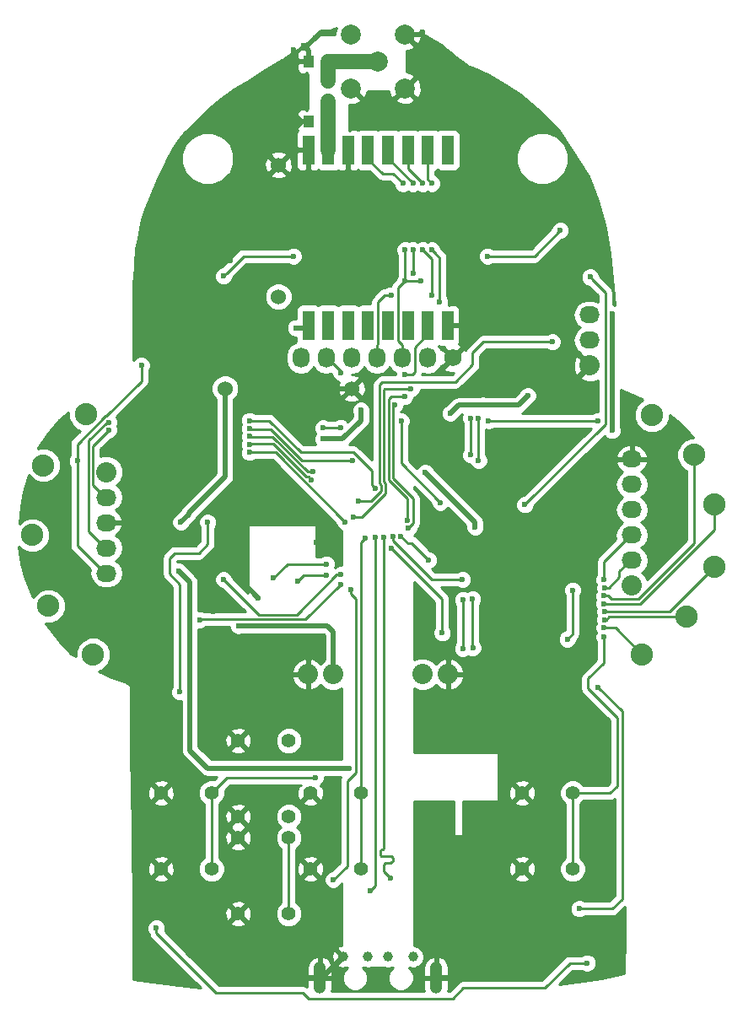
<source format=gbl>
G04 #@! TF.FileFunction,Copper,L2,Bot,Signal*
%FSLAX46Y46*%
G04 Gerber Fmt 4.6, Leading zero omitted, Abs format (unit mm)*
G04 Created by KiCad (PCBNEW 4.0.2+e4-6225~38~ubuntu16.04.1-stable) date Wed 15 Jun 2016 08:19:12 PM PDT*
%MOMM*%
G01*
G04 APERTURE LIST*
%ADD10C,0.100000*%
%ADD11C,2.032000*%
%ADD12O,2.032000X1.727200*%
%ADD13C,1.998980*%
%ADD14R,1.200000X3.000000*%
%ADD15C,2.235200*%
%ADD16C,1.397000*%
%ADD17C,1.524000*%
%ADD18O,2.032000X2.032000*%
%ADD19R,1.000000X1.250000*%
%ADD20R,1.250000X1.000000*%
%ADD21C,1.000000*%
%ADD22O,1.250000X3.200000*%
%ADD23C,1.727200*%
%ADD24O,1.727200X2.032000*%
%ADD25C,0.600000*%
%ADD26C,0.500000*%
%ADD27C,0.250000*%
%ADD28C,1.500000*%
%ADD29C,0.254000*%
G04 APERTURE END LIST*
D10*
D11*
X67750000Y-92960000D03*
D12*
X67750000Y-95500000D03*
X67750000Y-98040000D03*
X67750000Y-100580000D03*
X67750000Y-103120000D03*
D13*
X95000000Y-51750000D03*
X97700020Y-49049980D03*
X92299980Y-49049980D03*
X92299980Y-54450020D03*
X97700020Y-54450020D03*
D14*
X102000000Y-78250000D03*
X100000000Y-78250000D03*
X98000000Y-78250000D03*
X96000000Y-78250000D03*
X94000000Y-78250000D03*
X92000000Y-78250000D03*
X90000000Y-78250000D03*
X88000000Y-78250000D03*
X102000000Y-60650000D03*
X100000000Y-60650000D03*
X98000000Y-60650000D03*
X96000000Y-60650000D03*
X94000000Y-60650000D03*
X92000000Y-60650000D03*
X90000000Y-60650000D03*
X88000000Y-60650000D03*
D15*
X61900000Y-106400000D03*
X128750000Y-96250000D03*
D11*
X116250000Y-82290000D03*
D12*
X116250000Y-79750000D03*
X116250000Y-77210000D03*
D11*
X120500000Y-104370000D03*
D12*
X120500000Y-101830000D03*
X120500000Y-99290000D03*
X120500000Y-96750000D03*
X120500000Y-94210000D03*
X120500000Y-91670000D03*
D15*
X66400000Y-111300000D03*
X121500000Y-111250000D03*
X126000000Y-107500000D03*
X128750000Y-102500000D03*
X126750000Y-91250000D03*
X122500000Y-87250000D03*
X65700000Y-87200000D03*
X60300000Y-99300000D03*
X61400000Y-92300000D03*
D16*
X80960000Y-119940000D03*
X86040000Y-119940000D03*
X80960000Y-127560000D03*
X86040000Y-127560000D03*
X88210000Y-125190000D03*
X93290000Y-125190000D03*
X88210000Y-132810000D03*
X93290000Y-132810000D03*
X73210000Y-125190000D03*
X78290000Y-125190000D03*
X73210000Y-132810000D03*
X78290000Y-132810000D03*
X80960000Y-129690000D03*
X86040000Y-129690000D03*
X80960000Y-137310000D03*
X86040000Y-137310000D03*
X109460000Y-125190000D03*
X114540000Y-125190000D03*
X109460000Y-132810000D03*
X114540000Y-132810000D03*
D17*
X85000000Y-62150000D03*
X85000000Y-75350000D03*
D11*
X90500000Y-113250000D03*
D18*
X87960000Y-113250000D03*
D11*
X99500000Y-113250000D03*
D18*
X102040000Y-113250000D03*
D19*
X90000000Y-57750000D03*
X88000000Y-57750000D03*
X90000000Y-51750000D03*
X88000000Y-51750000D03*
D20*
X90000000Y-55750000D03*
X90000000Y-53750000D03*
D21*
X91500000Y-141620000D03*
X94000000Y-141620000D03*
X96000000Y-141620000D03*
X98500000Y-141620000D03*
D22*
X100850000Y-143750000D03*
X89150000Y-143750000D03*
D17*
X79650000Y-84580000D03*
X92350000Y-84580000D03*
D23*
X102500000Y-81500000D03*
D24*
X99960000Y-81500000D03*
X97420000Y-81500000D03*
X94880000Y-81500000D03*
X92340000Y-81500000D03*
X89800000Y-81500000D03*
X87260000Y-81500000D03*
D25*
X118500000Y-77100000D03*
X118500000Y-88800000D03*
X81000000Y-108400000D03*
X93297977Y-86771035D03*
X99750000Y-93000000D03*
X104750000Y-98500000D03*
X110041956Y-85291956D03*
X105500000Y-86250000D03*
X102250000Y-87075020D03*
X89500000Y-89650000D03*
X86750000Y-78500000D03*
X80158044Y-71758044D03*
X92120000Y-63400000D03*
X93460000Y-63400000D03*
X101700000Y-129800000D03*
X101900000Y-128200000D03*
X98800000Y-129800000D03*
X74300000Y-142900000D03*
X72800000Y-143800000D03*
X113700000Y-139800000D03*
X74300000Y-75400000D03*
X74300000Y-71400000D03*
X81800000Y-70400000D03*
X107600000Y-70400000D03*
X76600000Y-99700000D03*
X76800000Y-102600000D03*
X78400000Y-142100000D03*
X80000000Y-140400000D03*
X77500000Y-117700000D03*
X79300000Y-116200000D03*
X71900000Y-114400000D03*
X111700000Y-143000000D03*
X109200000Y-140400000D03*
X100625000Y-98000000D03*
X87500000Y-95500000D03*
X85200000Y-95500000D03*
X100500000Y-100600000D03*
X106700000Y-101200000D03*
X88800000Y-100000000D03*
X88560043Y-97631041D03*
X89600000Y-98400000D03*
X83000000Y-105600000D03*
X91700000Y-76000000D03*
X91608862Y-73574980D03*
X91697248Y-74825020D03*
X100800000Y-141000000D03*
X102800000Y-143800000D03*
X89200000Y-141000000D03*
X87400000Y-143700000D03*
X71825000Y-118625000D03*
X111500000Y-75400000D03*
X109900000Y-73400000D03*
X113300000Y-86800000D03*
X111700000Y-85000000D03*
X92500000Y-57800000D03*
X110300000Y-114600000D03*
X87736120Y-85486819D03*
X86500000Y-54200000D03*
X86500000Y-55600000D03*
X90780000Y-63400000D03*
X89440000Y-63400000D03*
X86700000Y-63000000D03*
X86500000Y-61600000D03*
X86500000Y-50600000D03*
X88700000Y-49400000D03*
X100100000Y-51400000D03*
X100100000Y-52800000D03*
X100100000Y-57800000D03*
X100100000Y-55800000D03*
X99300000Y-56800000D03*
X96300000Y-56800000D03*
X94700000Y-56800000D03*
X98580000Y-57800000D03*
X97060000Y-57800000D03*
X95540000Y-57800000D03*
X94020000Y-57800000D03*
X87500000Y-50200000D03*
X90300000Y-48800000D03*
X86500000Y-52200000D03*
X86500000Y-57000000D03*
X86500000Y-58600000D03*
X86500000Y-60200000D03*
X88100000Y-63400000D03*
X99500000Y-48800000D03*
X100100000Y-49600000D03*
X100100000Y-54400000D03*
X92900000Y-56800000D03*
X97700000Y-56800000D03*
X104250000Y-94250000D03*
X114000000Y-114250000D03*
X115750000Y-116250000D03*
X78500000Y-107000000D03*
X79500000Y-105250000D03*
X77250000Y-93750000D03*
X100000000Y-89750000D03*
X91250000Y-86500000D03*
X109000000Y-92500000D03*
X108250000Y-102750000D03*
X107750000Y-93750000D03*
X108250000Y-99750000D03*
X83750000Y-96750000D03*
X92100000Y-122700000D03*
X75000000Y-102900000D03*
X84500000Y-103600000D03*
X89800000Y-102200000D03*
X75200000Y-98000000D03*
X112500000Y-79900000D03*
X93074980Y-95911984D03*
X75125000Y-115050000D03*
X77900000Y-98000000D03*
X91298389Y-103285523D03*
X79500000Y-103750000D03*
X116000000Y-142250000D03*
X72750000Y-138750000D03*
X115200000Y-136800000D03*
X117100000Y-114600000D03*
X114545835Y-104824903D03*
X114000000Y-109750000D03*
X116300000Y-73400000D03*
X109750000Y-96250000D03*
X113300000Y-68700000D03*
X106000000Y-71300000D03*
X86500000Y-71300000D03*
X79500000Y-73300000D03*
X117766727Y-104583033D03*
X97300000Y-99400000D03*
X100100000Y-101800000D03*
X103479439Y-103749978D03*
X117698800Y-103785910D03*
X96500000Y-99400000D03*
X96250000Y-133750000D03*
X95550013Y-99500000D03*
X94250000Y-135000000D03*
X94750000Y-99500000D03*
X86900000Y-103900000D03*
X89800000Y-103300000D03*
X88722986Y-123650389D03*
X93700000Y-99600000D03*
X101450379Y-109109103D03*
X96325000Y-100600000D03*
X117700105Y-109489899D03*
X97700000Y-70674980D03*
X97500000Y-64000000D03*
X97700000Y-73800000D03*
X99300000Y-73800000D03*
X105100000Y-91800000D03*
X105100000Y-87600000D03*
X99500000Y-70674980D03*
X96300000Y-75200000D03*
X100400000Y-75200000D03*
X99500000Y-64000000D03*
X91250000Y-83000000D03*
X97350000Y-87850000D03*
X101251589Y-96025020D03*
X97700000Y-83200000D03*
X97700000Y-85400000D03*
X97925020Y-97806173D03*
X98500000Y-70674980D03*
X98500000Y-73000000D03*
X98500000Y-64000000D03*
X104332378Y-91256535D03*
X104300000Y-87600000D03*
X100400000Y-70674980D03*
X100400000Y-64000000D03*
X101200000Y-75900000D03*
X98072409Y-98592486D03*
X96700000Y-86200000D03*
X98325020Y-84600000D03*
X92530344Y-97469656D03*
X77100000Y-107800000D03*
X91216784Y-104225041D03*
X117693022Y-108591369D03*
X117753947Y-107793681D03*
X117792787Y-106994613D03*
X117700000Y-106200000D03*
X117697057Y-105380006D03*
X117100000Y-87800000D03*
X106100000Y-87800000D03*
X82100000Y-87800000D03*
X67957363Y-87975292D03*
X94700000Y-94600000D03*
X103500000Y-105800013D03*
X103500000Y-110700000D03*
X104513405Y-110609124D03*
X104500000Y-105700000D03*
X82100000Y-90200000D03*
X88325663Y-93741752D03*
X82100000Y-89400000D03*
X88437185Y-92949551D03*
X82100000Y-88600000D03*
X67980105Y-88774980D03*
X92423266Y-91786454D03*
X89500000Y-88550000D03*
X91250000Y-88500000D03*
X82100000Y-91000013D03*
X64824969Y-91851129D03*
X91700000Y-98000000D03*
X71250000Y-82250000D03*
X90500000Y-133900000D03*
X92300000Y-104800000D03*
D26*
X118500000Y-88800000D02*
X118500000Y-77900000D01*
X118500000Y-77900000D02*
X118500000Y-77100000D01*
X90500000Y-109000000D02*
X89900000Y-108400000D01*
X89900000Y-108400000D02*
X81000000Y-108400000D01*
X90500000Y-113250000D02*
X90500000Y-109000000D01*
X104750000Y-98000000D02*
X104750000Y-98500000D01*
X87750000Y-78500000D02*
X88000000Y-78250000D01*
X109083912Y-86250000D02*
X110041956Y-85291956D01*
X105500000Y-86250000D02*
X109083912Y-86250000D01*
X103075020Y-86250000D02*
X102250000Y-87075020D01*
X86750000Y-78500000D02*
X87750000Y-78500000D01*
X91450000Y-89650000D02*
X93297977Y-87802023D01*
X89500000Y-89650000D02*
X91450000Y-89650000D01*
X99750000Y-93000000D02*
X104750000Y-98000000D01*
X93297977Y-87802023D02*
X93297977Y-86771035D01*
X105500000Y-86250000D02*
X103075020Y-86250000D01*
X92000000Y-60650000D02*
X92000000Y-63400000D01*
X81400000Y-104000000D02*
X81400000Y-103600000D01*
X83000000Y-105600000D02*
X81400000Y-104000000D01*
X100850000Y-143750000D02*
X102750000Y-143750000D01*
X102750000Y-143750000D02*
X102800000Y-143800000D01*
X89150000Y-143750000D02*
X87450000Y-143750000D01*
X87450000Y-143750000D02*
X87400000Y-143700000D01*
X89150000Y-143750000D02*
X89370000Y-143750000D01*
X89370000Y-143750000D02*
X91500000Y-141620000D01*
X97700020Y-49049980D02*
X99250020Y-49049980D01*
X99250020Y-49049980D02*
X99500000Y-48800000D01*
X87500000Y-50200000D02*
X87900000Y-50200000D01*
X87900000Y-50200000D02*
X88700000Y-49400000D01*
X92500000Y-57800000D02*
X93900000Y-57800000D01*
X88642939Y-84580000D02*
X87736120Y-85486819D01*
X92350000Y-84580000D02*
X88642939Y-84580000D01*
X86500000Y-57000000D02*
X86500000Y-55600000D01*
X88100000Y-63400000D02*
X89300000Y-63400000D01*
X86700000Y-63000000D02*
X86700000Y-61800000D01*
X86700000Y-61800000D02*
X86500000Y-61600000D01*
X86500000Y-60200000D02*
X86500000Y-61600000D01*
X86500000Y-58600000D02*
X86500000Y-57000000D01*
X86500000Y-60200000D02*
X86500000Y-58600000D01*
X86500000Y-50600000D02*
X86500000Y-52200000D01*
X90300000Y-48800000D02*
X89300000Y-48800000D01*
X89300000Y-48800000D02*
X88700000Y-49400000D01*
X100100000Y-51400000D02*
X100100000Y-49600000D01*
X100100000Y-54400000D02*
X100100000Y-52800000D01*
X100100000Y-57800000D02*
X100100000Y-55800000D01*
X99300000Y-56800000D02*
X99300000Y-56600000D01*
X99300000Y-56600000D02*
X100100000Y-55800000D01*
X94700000Y-56800000D02*
X96300000Y-56800000D01*
X97100000Y-57800000D02*
X98700000Y-57800000D01*
X88000000Y-51750000D02*
X88000000Y-50700000D01*
X88000000Y-50700000D02*
X87500000Y-50200000D01*
X88000000Y-57750000D02*
X87350000Y-57750000D01*
X87350000Y-57750000D02*
X86500000Y-58600000D01*
X88000000Y-57750000D02*
X87250000Y-57750000D01*
X87250000Y-57750000D02*
X86500000Y-57000000D01*
X88000000Y-60650000D02*
X88000000Y-63300000D01*
X88000000Y-63300000D02*
X88100000Y-63400000D01*
X88000000Y-60650000D02*
X86950000Y-60650000D01*
X86950000Y-60650000D02*
X86500000Y-60200000D01*
X88000000Y-51750000D02*
X86950000Y-51750000D01*
X86950000Y-51750000D02*
X86500000Y-52200000D01*
X97700020Y-49049980D02*
X97799980Y-49049980D01*
X97700020Y-54450020D02*
X97700020Y-55049980D01*
X92299980Y-54450020D02*
X92299980Y-54799980D01*
X91200000Y-122700000D02*
X90800000Y-122700000D01*
X90800000Y-122700000D02*
X84100000Y-122700000D01*
X92100000Y-122700000D02*
X90800000Y-122700000D01*
X84400000Y-122700000D02*
X84100000Y-122700000D01*
X84100000Y-122700000D02*
X82200000Y-122700000D01*
X82200000Y-122700000D02*
X81700000Y-122700000D01*
X77900000Y-122700000D02*
X82200000Y-122700000D01*
X76100000Y-120900000D02*
X77900000Y-122700000D01*
X76100000Y-104000000D02*
X76100000Y-120900000D01*
X75000000Y-102900000D02*
X76100000Y-104000000D01*
D27*
X89800000Y-102200000D02*
X85900000Y-102200000D01*
X85900000Y-102200000D02*
X84500000Y-103600000D01*
D26*
X76000000Y-97100000D02*
X76000000Y-97200000D01*
X76000000Y-97200000D02*
X75200000Y-98000000D01*
X79650000Y-93450000D02*
X76000000Y-97100000D01*
X79650000Y-84580000D02*
X79650000Y-93450000D01*
D27*
X104500000Y-81000000D02*
X105600000Y-79900000D01*
X104500000Y-82200000D02*
X104500000Y-81000000D01*
X102600000Y-83950000D02*
X102750000Y-83950000D01*
X95424996Y-83950000D02*
X102600000Y-83950000D01*
X95149967Y-94124965D02*
X95149967Y-84225029D01*
X95325001Y-94299999D02*
X95149967Y-94124965D01*
X95325001Y-94900001D02*
X95325001Y-94299999D01*
X95149967Y-84225029D02*
X95424996Y-83950000D01*
X102750000Y-83950000D02*
X104500000Y-82200000D01*
X94313018Y-95911984D02*
X95325001Y-94900001D01*
X93074980Y-95911984D02*
X94313018Y-95911984D01*
X105600000Y-79900000D02*
X112500000Y-79900000D01*
X75125000Y-115050000D02*
X75125000Y-104225000D01*
X75125000Y-104225000D02*
X74100000Y-103200000D01*
X77900000Y-100200000D02*
X77900000Y-98000000D01*
X74100000Y-103200000D02*
X74100000Y-101600000D01*
X74100000Y-101600000D02*
X74600000Y-101100000D01*
X74600000Y-101100000D02*
X77000000Y-101100000D01*
X77000000Y-101100000D02*
X77900000Y-100200000D01*
X90874125Y-103285523D02*
X91298389Y-103285523D01*
X83049978Y-107299978D02*
X86859670Y-107299978D01*
X86859670Y-107299978D02*
X90874125Y-103285523D01*
X79500000Y-103750000D02*
X83049978Y-107299978D01*
X111750000Y-144750000D02*
X114250000Y-142250000D01*
X72750000Y-138750000D02*
X72750000Y-139250000D01*
X87450000Y-145250000D02*
X88000000Y-145800000D01*
X72750000Y-139250000D02*
X78750000Y-145250000D01*
X78750000Y-145250000D02*
X87450000Y-145250000D01*
X88000000Y-145800000D02*
X102500000Y-145800000D01*
X102500000Y-145800000D02*
X103550000Y-144750000D01*
X103550000Y-144750000D02*
X111750000Y-144750000D01*
X114250000Y-142250000D02*
X116000000Y-142250000D01*
X119500000Y-135800000D02*
X118500000Y-136800000D01*
X118500000Y-136800000D02*
X115200000Y-136800000D01*
X119500000Y-133500000D02*
X119500000Y-135800000D01*
X119500000Y-117000000D02*
X117100000Y-114600000D01*
X119500000Y-133500000D02*
X119500000Y-117000000D01*
X114545835Y-109204165D02*
X114545835Y-104824903D01*
X114000000Y-109750000D02*
X114545835Y-109204165D01*
X116599999Y-73699999D02*
X116300000Y-73400000D01*
X117824990Y-74924990D02*
X116599999Y-73699999D01*
X117824990Y-88175010D02*
X117824990Y-74924990D01*
X109750000Y-96250000D02*
X117824990Y-88175010D01*
X106000000Y-71300000D02*
X110700000Y-71300000D01*
X110700000Y-71300000D02*
X113300000Y-68700000D01*
X79799999Y-73000001D02*
X81500000Y-71300000D01*
X81500000Y-71300000D02*
X86500000Y-71300000D01*
X79500000Y-73300000D02*
X79799999Y-73000001D01*
X119234000Y-103540024D02*
X118190991Y-104583033D01*
X118190991Y-104583033D02*
X117766727Y-104583033D01*
X119234000Y-102943600D02*
X119234000Y-103540024D01*
X120347600Y-101830000D02*
X119234000Y-102943600D01*
X120500000Y-101830000D02*
X120347600Y-101830000D01*
X97300000Y-99400000D02*
X97990990Y-100090990D01*
X97990990Y-100090990D02*
X98390990Y-100090990D01*
X98390990Y-100090990D02*
X100100000Y-101800000D01*
X103055175Y-103749978D02*
X103479439Y-103749978D01*
X100425714Y-103749978D02*
X103055175Y-103749978D01*
X96500000Y-99824264D02*
X100425714Y-103749978D01*
X96500000Y-99400000D02*
X96500000Y-99824264D01*
X117698800Y-101938800D02*
X117698800Y-103785910D01*
X120500000Y-99290000D02*
X120347600Y-99290000D01*
X120347600Y-99290000D02*
X117698800Y-101938800D01*
X96250000Y-133750000D02*
X95550013Y-133050013D01*
X95672378Y-132245904D02*
X95734000Y-132207185D01*
X95359678Y-130878903D02*
X95428967Y-130871096D01*
X95550013Y-133050013D02*
X95550013Y-132500000D01*
X95242535Y-130996046D02*
X95254050Y-130963139D01*
X95550013Y-132500000D02*
X95558161Y-132427680D01*
X95428967Y-130871096D02*
X95461874Y-130859581D01*
X95558161Y-132427680D02*
X95582198Y-132358987D01*
X95734000Y-132207185D02*
X95802693Y-132183148D01*
X95394322Y-131525000D02*
X95359678Y-131521096D01*
X95802693Y-132183148D02*
X95875013Y-132175000D01*
X96186395Y-132175000D02*
X96258714Y-132166851D01*
X95297251Y-130908966D02*
X95326771Y-130890418D01*
X95272598Y-131466380D02*
X95254050Y-131436860D01*
X95297251Y-131491033D02*
X95272598Y-131466380D01*
X95359678Y-131521096D02*
X95326771Y-131509581D01*
X96258714Y-131533148D02*
X96186395Y-131525000D01*
X96327407Y-131557185D02*
X96258714Y-131533148D01*
X96479209Y-131708987D02*
X96440490Y-131647365D01*
X95582198Y-132358987D02*
X95620917Y-132297365D01*
X95620917Y-132297365D02*
X95672378Y-132245904D01*
X95875013Y-132175000D02*
X96186395Y-132175000D01*
X96327407Y-132142814D02*
X96389029Y-132104095D01*
X96389029Y-132104095D02*
X96440490Y-132052634D01*
X95238631Y-131030691D02*
X95242535Y-130996046D01*
X95254050Y-130963139D02*
X95272598Y-130933619D01*
X95272598Y-130933619D02*
X95297251Y-130908966D01*
X95550013Y-130719309D02*
X95550013Y-99500000D01*
X96258714Y-132166851D02*
X96327407Y-132142814D01*
X95516047Y-130816380D02*
X95534595Y-130786860D01*
X96503246Y-131922319D02*
X96511395Y-131850000D01*
X96440490Y-132052634D02*
X96479209Y-131991012D01*
X96479209Y-131991012D02*
X96503246Y-131922319D01*
X96511395Y-131850000D02*
X96503246Y-131777680D01*
X95326771Y-131509581D02*
X95297251Y-131491033D01*
X96503246Y-131777680D02*
X96479209Y-131708987D01*
X96389029Y-131595904D02*
X96327407Y-131557185D01*
X96440490Y-131647365D02*
X96389029Y-131595904D01*
X95238631Y-131369309D02*
X95238631Y-131030691D01*
X95326771Y-130890418D02*
X95359678Y-130878903D01*
X96186395Y-131525000D02*
X95394322Y-131525000D01*
X95254050Y-131436860D02*
X95242535Y-131403953D01*
X95242535Y-131403953D02*
X95238631Y-131369309D01*
X95461874Y-130859581D02*
X95491394Y-130841033D01*
X95546110Y-130753953D02*
X95550013Y-130719309D01*
X95491394Y-130841033D02*
X95516047Y-130816380D01*
X95534595Y-130786860D02*
X95546110Y-130753953D01*
X94750000Y-99500000D02*
X94750000Y-134500000D01*
X94750000Y-134500000D02*
X94250000Y-135000000D01*
X89800000Y-103300000D02*
X87500000Y-103300000D01*
X87500000Y-103300000D02*
X86900000Y-103900000D01*
X86040000Y-129690000D02*
X86040000Y-137310000D01*
X78290000Y-125190000D02*
X79829611Y-123650389D01*
X79829611Y-123650389D02*
X88298722Y-123650389D01*
X88298722Y-123650389D02*
X88722986Y-123650389D01*
X78290000Y-125190000D02*
X78290000Y-132810000D01*
X93290000Y-132810000D02*
X93290000Y-131822172D01*
X93290000Y-131822172D02*
X93290000Y-125190000D01*
X93290000Y-125190000D02*
X93290000Y-100010000D01*
X93290000Y-100010000D02*
X93700000Y-99600000D01*
X114540000Y-125190000D02*
X114540000Y-126177828D01*
X114540000Y-126177828D02*
X114540000Y-132810000D01*
X101450379Y-105725379D02*
X101450379Y-109109103D01*
X96325000Y-100600000D02*
X101450379Y-105725379D01*
X117700105Y-112100000D02*
X117700105Y-109489899D01*
X118300000Y-125200000D02*
X119000000Y-124500000D01*
X116100000Y-114700000D02*
X116100000Y-113700000D01*
X116100000Y-113700000D02*
X117700000Y-112100000D01*
X114540000Y-125190000D02*
X115527828Y-125190000D01*
X115527828Y-125190000D02*
X115537828Y-125200000D01*
X115537828Y-125200000D02*
X118300000Y-125200000D01*
X119000000Y-124500000D02*
X119000000Y-117600000D01*
X119000000Y-117600000D02*
X116100000Y-114700000D01*
X117700000Y-112100000D02*
X117700105Y-112100000D01*
X97700000Y-73800000D02*
X97700000Y-70674980D01*
X96500000Y-63000000D02*
X95450000Y-63000000D01*
X95450000Y-63000000D02*
X94000000Y-61550000D01*
X94000000Y-61550000D02*
X94000000Y-60650000D01*
X97500000Y-64000000D02*
X96500000Y-63000000D01*
X98875736Y-73800000D02*
X97700000Y-73800000D01*
X97000000Y-76300000D02*
X97000000Y-74500000D01*
X97000000Y-74500000D02*
X97700000Y-73800000D01*
X99300000Y-73800000D02*
X98875736Y-73800000D01*
X105100000Y-87600000D02*
X105100000Y-91800000D01*
X97000000Y-79814000D02*
X97000000Y-76300000D01*
X97420000Y-81500000D02*
X97420000Y-80234000D01*
X97420000Y-80234000D02*
X97000000Y-79814000D01*
X100400000Y-71574980D02*
X99799999Y-70974979D01*
X100400000Y-75200000D02*
X100400000Y-71574980D01*
X99799999Y-70974979D02*
X99500000Y-70674980D01*
X95700000Y-75200000D02*
X96300000Y-75200000D01*
X95000000Y-75900000D02*
X95700000Y-75200000D01*
X98000000Y-60650000D02*
X98000000Y-62500000D01*
X98000000Y-62500000D02*
X99500000Y-64000000D01*
X98000000Y-60650000D02*
X98000000Y-61550000D01*
X94880000Y-80234000D02*
X95000000Y-80114000D01*
X94880000Y-81500000D02*
X94880000Y-80234000D01*
X95000000Y-80114000D02*
X95000000Y-75900000D01*
X91250000Y-83000000D02*
X91250000Y-82830000D01*
X91250000Y-82830000D02*
X89920000Y-81500000D01*
X89920000Y-81500000D02*
X89920000Y-81652400D01*
X97331272Y-92104703D02*
X97331272Y-87868728D01*
X97331272Y-87868728D02*
X97350000Y-87850000D01*
X97331272Y-92104703D02*
X101251589Y-96025020D01*
X87380000Y-81500000D02*
X87380000Y-81652400D01*
X97700000Y-83200000D02*
X98430000Y-83200000D01*
X98430000Y-83200000D02*
X98700000Y-82930000D01*
X98700000Y-82930000D02*
X98700000Y-80450000D01*
X98700000Y-80450000D02*
X100000000Y-79150000D01*
X100000000Y-79150000D02*
X100000000Y-78250000D01*
X96300000Y-85400000D02*
X97700000Y-85400000D01*
X96049989Y-85650011D02*
X96300000Y-85400000D01*
X96049989Y-93752165D02*
X96049989Y-85650011D01*
X97925020Y-95627196D02*
X96049989Y-93752165D01*
X97925020Y-97806173D02*
X97925020Y-95627196D01*
X98500000Y-73000000D02*
X98500000Y-70674980D01*
X96000000Y-61550000D02*
X96050000Y-61550000D01*
X96050000Y-61550000D02*
X98500000Y-64000000D01*
X96000000Y-61550000D02*
X96000000Y-60650000D01*
X104300000Y-91224157D02*
X104332378Y-91256535D01*
X104300000Y-87600000D02*
X104300000Y-91224157D01*
X100699999Y-70974979D02*
X100400000Y-70674980D01*
X101200000Y-71474980D02*
X100699999Y-70974979D01*
X101200000Y-75900000D02*
X101200000Y-71474980D01*
X100400000Y-64000000D02*
X100000000Y-63600000D01*
X100000000Y-63600000D02*
X100000000Y-60650000D01*
X98550021Y-95615786D02*
X98550021Y-98114874D01*
X98550021Y-98114874D02*
X98072409Y-98592486D01*
X96500000Y-86400000D02*
X96500000Y-93565765D01*
X96700000Y-86200000D02*
X96500000Y-86400000D01*
X96500000Y-93565765D02*
X98550021Y-95615786D01*
X95700000Y-84600000D02*
X98325020Y-84600000D01*
X93391757Y-97469656D02*
X95775012Y-95086401D01*
X95599978Y-84700022D02*
X95700000Y-84600000D01*
X95775012Y-95086401D02*
X95775012Y-94113599D01*
X95775012Y-94113599D02*
X95599978Y-93938565D01*
X92530344Y-97469656D02*
X93391757Y-97469656D01*
X95599978Y-93938565D02*
X95599978Y-84700022D01*
X78113600Y-107749989D02*
X77150011Y-107749989D01*
X77150011Y-107749989D02*
X77100000Y-107800000D01*
X87691836Y-107749989D02*
X78113600Y-107749989D01*
X91216784Y-104225041D02*
X87691836Y-107749989D01*
X121500000Y-111250000D02*
X118841369Y-108591369D01*
X118841369Y-108591369D02*
X117693022Y-108591369D01*
X117918723Y-107793681D02*
X117753947Y-107793681D01*
X118212404Y-107500000D02*
X117918723Y-107793681D01*
X126000000Y-107500000D02*
X118212404Y-107500000D01*
X126000000Y-107500000D02*
X125652516Y-107847484D01*
X128750000Y-102500000D02*
X124255387Y-106994613D01*
X124255387Y-106994613D02*
X117792787Y-106994613D01*
X128750000Y-102500000D02*
X128750000Y-102622822D01*
X117700000Y-106200000D02*
X121291093Y-106200000D01*
X121291093Y-106200000D02*
X128750000Y-98741093D01*
X128750000Y-98741093D02*
X128750000Y-96250000D01*
X126750000Y-91250000D02*
X126750000Y-100104683D01*
X126750000Y-100104683D02*
X121136853Y-105717830D01*
X118121321Y-105380006D02*
X117697057Y-105380006D01*
X121136853Y-105717830D02*
X118459145Y-105717830D01*
X118459145Y-105717830D02*
X118121321Y-105380006D01*
X116500000Y-87800000D02*
X117100000Y-87800000D01*
X106100000Y-87800000D02*
X116500000Y-87800000D01*
X87244573Y-90971753D02*
X84072820Y-87800000D01*
X92526109Y-90971753D02*
X87244573Y-90971753D01*
X94700000Y-94600000D02*
X94400001Y-94300001D01*
X94400001Y-94300001D02*
X94400001Y-92845645D01*
X94400001Y-92845645D02*
X92526109Y-90971753D01*
X84072820Y-87800000D02*
X82100000Y-87800000D01*
X65958988Y-89824923D02*
X67808619Y-87975292D01*
X67808619Y-87975292D02*
X67957363Y-87975292D01*
X67597600Y-100580000D02*
X65958988Y-98941388D01*
X65958988Y-98941388D02*
X65958988Y-89824923D01*
X67750000Y-100580000D02*
X67597600Y-100580000D01*
X103500000Y-110700000D02*
X103500000Y-105800013D01*
X104500000Y-110595719D02*
X104513405Y-110609124D01*
X104500000Y-105700000D02*
X104500000Y-110595719D01*
X82170809Y-90129191D02*
X82100000Y-90200000D01*
X84465602Y-90129191D02*
X82170809Y-90129191D01*
X88025664Y-93441753D02*
X87778164Y-93441753D01*
X87778164Y-93441753D02*
X84465602Y-90129191D01*
X88325663Y-93741752D02*
X88025664Y-93441753D01*
X84382017Y-89409196D02*
X82109196Y-89409196D01*
X82109196Y-89409196D02*
X82100000Y-89400000D01*
X87922372Y-92949551D02*
X84382017Y-89409196D01*
X88437185Y-92949551D02*
X87922372Y-92949551D01*
X84266155Y-88656924D02*
X82156924Y-88656924D01*
X82156924Y-88656924D02*
X82100000Y-88600000D01*
X66408999Y-90346086D02*
X67980105Y-88774980D01*
X66408999Y-94311399D02*
X66408999Y-90346086D01*
X67597600Y-95500000D02*
X66408999Y-94311399D01*
X67750000Y-95500000D02*
X67597600Y-95500000D01*
X92423266Y-91786454D02*
X87395685Y-91786454D01*
X87395685Y-91786454D02*
X84266155Y-88656924D01*
X91250000Y-88500000D02*
X89550000Y-88500000D01*
X89550000Y-88500000D02*
X89500000Y-88550000D01*
X67657362Y-87350291D02*
X67749709Y-87350291D01*
X64824969Y-90182684D02*
X67657362Y-87350291D01*
X71250000Y-83850000D02*
X71250000Y-82250000D01*
X64824969Y-91851129D02*
X64824969Y-90182684D01*
X67749709Y-87350291D02*
X71250000Y-83850000D01*
X84700013Y-91000013D02*
X82100000Y-91000013D01*
X91700000Y-98000000D02*
X84700013Y-91000013D01*
X67597600Y-103120000D02*
X64824969Y-100347369D01*
X64824969Y-100347369D02*
X64824969Y-91851129D01*
D28*
X90000000Y-57750000D02*
X90000000Y-55750000D01*
X90000000Y-60650000D02*
X90000000Y-57750000D01*
X90000000Y-51750000D02*
X95000000Y-51750000D01*
X90000000Y-53750000D02*
X90000000Y-51750000D01*
D27*
X91900000Y-124000000D02*
X91900000Y-132500000D01*
X91900000Y-132500000D02*
X90500000Y-133900000D01*
X92800000Y-123100000D02*
X91900000Y-124000000D01*
X92800000Y-105724264D02*
X92800000Y-123100000D01*
X92300000Y-104800000D02*
X92300000Y-105224264D01*
X92300000Y-105224264D02*
X92800000Y-105724264D01*
D29*
G36*
X100339706Y-49462616D02*
X101299998Y-50086806D01*
X101965795Y-50562375D01*
X102545469Y-51045437D01*
X102551815Y-51048890D01*
X102556467Y-51054417D01*
X103806466Y-52054417D01*
X103893392Y-52099494D01*
X103974480Y-52154361D01*
X104913402Y-52549697D01*
X106174485Y-53131735D01*
X107876503Y-54104316D01*
X109320492Y-55066975D01*
X111017232Y-56521324D01*
X113198240Y-58702331D01*
X114649874Y-60879782D01*
X116111912Y-63316512D01*
X117075704Y-65725993D01*
X117806941Y-68407198D01*
X118296359Y-71098997D01*
X118542941Y-73564818D01*
X118762247Y-76196491D01*
X118686799Y-76165162D01*
X118584990Y-76165073D01*
X118584990Y-74924990D01*
X118527138Y-74634151D01*
X118362391Y-74387589D01*
X117235122Y-73260320D01*
X117235162Y-73214833D01*
X117093117Y-72871057D01*
X116830327Y-72607808D01*
X116486799Y-72465162D01*
X116114833Y-72464838D01*
X115771057Y-72606883D01*
X115507808Y-72869673D01*
X115365162Y-73213201D01*
X115364838Y-73585167D01*
X115506883Y-73928943D01*
X115769673Y-74192192D01*
X116113201Y-74334838D01*
X116160077Y-74334879D01*
X117064990Y-75239792D01*
X117064990Y-75863397D01*
X117008234Y-75825474D01*
X116434745Y-75711400D01*
X116065255Y-75711400D01*
X115491766Y-75825474D01*
X115005585Y-76150330D01*
X114680729Y-76636511D01*
X114566655Y-77210000D01*
X114680729Y-77783489D01*
X115005585Y-78269670D01*
X115320366Y-78480000D01*
X115005585Y-78690330D01*
X114680729Y-79176511D01*
X114566655Y-79750000D01*
X114680729Y-80323489D01*
X115005585Y-80809670D01*
X115308221Y-81011885D01*
X115265498Y-81125893D01*
X116250000Y-82110395D01*
X116264143Y-82096253D01*
X116443748Y-82275858D01*
X116429605Y-82290000D01*
X116443748Y-82304143D01*
X116264143Y-82483748D01*
X116250000Y-82469605D01*
X115265498Y-83454107D01*
X115366120Y-83722622D01*
X115981642Y-83951816D01*
X116638019Y-83928014D01*
X117064990Y-83751157D01*
X117064990Y-86864969D01*
X116914833Y-86864838D01*
X116571057Y-87006883D01*
X116537882Y-87040000D01*
X109463943Y-87040000D01*
X109709702Y-86875790D01*
X110450791Y-86134701D01*
X110570899Y-86085073D01*
X110834148Y-85822283D01*
X110976794Y-85478755D01*
X110977118Y-85106789D01*
X110835073Y-84763013D01*
X110572283Y-84499764D01*
X110228755Y-84357118D01*
X109856789Y-84356794D01*
X109513013Y-84498839D01*
X109249764Y-84761629D01*
X109199390Y-84882943D01*
X108717332Y-85365000D01*
X105806822Y-85365000D01*
X105686799Y-85315162D01*
X105314833Y-85314838D01*
X105193431Y-85365000D01*
X103075020Y-85365000D01*
X102736345Y-85432367D01*
X102449230Y-85624210D01*
X102449228Y-85624213D01*
X101841165Y-86232276D01*
X101721057Y-86281903D01*
X101457808Y-86544693D01*
X101315162Y-86888221D01*
X101314838Y-87260187D01*
X101456883Y-87603963D01*
X101719673Y-87867212D01*
X102063201Y-88009858D01*
X102435167Y-88010182D01*
X102778943Y-87868137D01*
X103042192Y-87605347D01*
X103092566Y-87484034D01*
X103441599Y-87135000D01*
X103480682Y-87135000D01*
X103365162Y-87413201D01*
X103364838Y-87785167D01*
X103506883Y-88128943D01*
X103540000Y-88162118D01*
X103540000Y-90726656D01*
X103397540Y-91069736D01*
X103397216Y-91441702D01*
X103539261Y-91785478D01*
X103802051Y-92048727D01*
X104145579Y-92191373D01*
X104250078Y-92191464D01*
X104306883Y-92328943D01*
X104569673Y-92592192D01*
X104913201Y-92734838D01*
X105285167Y-92735162D01*
X105628943Y-92593117D01*
X105892192Y-92330327D01*
X106034838Y-91986799D01*
X106035162Y-91614833D01*
X105893117Y-91271057D01*
X105860000Y-91237882D01*
X105860000Y-88712747D01*
X105913201Y-88734838D01*
X106285167Y-88735162D01*
X106628943Y-88593117D01*
X106662118Y-88560000D01*
X116365198Y-88560000D01*
X109610320Y-95314878D01*
X109564833Y-95314838D01*
X109221057Y-95456883D01*
X108957808Y-95719673D01*
X108815162Y-96063201D01*
X108814838Y-96435167D01*
X108956883Y-96778943D01*
X109219673Y-97042192D01*
X109563201Y-97184838D01*
X109935167Y-97185162D01*
X110278943Y-97043117D01*
X110542192Y-96780327D01*
X110684838Y-96436799D01*
X110684879Y-96389923D01*
X115763828Y-91310974D01*
X118892642Y-91310974D01*
X119013783Y-91543000D01*
X120373000Y-91543000D01*
X120373000Y-90329076D01*
X120627000Y-90329076D01*
X120627000Y-91543000D01*
X121986217Y-91543000D01*
X122107358Y-91310974D01*
X122104709Y-91295209D01*
X121850732Y-90767964D01*
X121414320Y-90378046D01*
X120861913Y-90184816D01*
X120627000Y-90329076D01*
X120373000Y-90329076D01*
X120138087Y-90184816D01*
X119585680Y-90378046D01*
X119149268Y-90767964D01*
X118895291Y-91295209D01*
X118892642Y-91310974D01*
X115763828Y-91310974D01*
X117726354Y-89348448D01*
X117969673Y-89592192D01*
X118313201Y-89734838D01*
X118685167Y-89735162D01*
X119028943Y-89593117D01*
X119292192Y-89330327D01*
X119434838Y-88986799D01*
X119435162Y-88614833D01*
X119385000Y-88493431D01*
X119385000Y-84725854D01*
X121446908Y-85642258D01*
X121607395Y-85722501D01*
X121508529Y-85763352D01*
X121015085Y-86255936D01*
X120747705Y-86899857D01*
X120747097Y-87597084D01*
X121013352Y-88241471D01*
X121505936Y-88734915D01*
X122149857Y-89002295D01*
X122847084Y-89002903D01*
X123491471Y-88736648D01*
X123984915Y-88244064D01*
X124252295Y-87600143D01*
X124252616Y-87231533D01*
X125039504Y-87793596D01*
X126228676Y-88982768D01*
X126669729Y-89497330D01*
X126402916Y-89497097D01*
X125758529Y-89763352D01*
X125265085Y-90255936D01*
X124997705Y-90899857D01*
X124997097Y-91597084D01*
X125263352Y-92241471D01*
X125755936Y-92734915D01*
X125990000Y-92832107D01*
X125990000Y-99789881D01*
X122030111Y-103749770D01*
X121900466Y-103436005D01*
X121510865Y-103045724D01*
X121744415Y-102889670D01*
X122069271Y-102403489D01*
X122183345Y-101830000D01*
X122069271Y-101256511D01*
X121744415Y-100770330D01*
X121429634Y-100560000D01*
X121744415Y-100349670D01*
X122069271Y-99863489D01*
X122183345Y-99290000D01*
X122069271Y-98716511D01*
X121744415Y-98230330D01*
X121429634Y-98020000D01*
X121744415Y-97809670D01*
X122069271Y-97323489D01*
X122183345Y-96750000D01*
X122069271Y-96176511D01*
X121744415Y-95690330D01*
X121429634Y-95480000D01*
X121744415Y-95269670D01*
X122069271Y-94783489D01*
X122183345Y-94210000D01*
X122069271Y-93636511D01*
X121744415Y-93150330D01*
X121434931Y-92943539D01*
X121850732Y-92572036D01*
X122104709Y-92044791D01*
X122107358Y-92029026D01*
X121986217Y-91797000D01*
X120627000Y-91797000D01*
X120627000Y-91817000D01*
X120373000Y-91817000D01*
X120373000Y-91797000D01*
X119013783Y-91797000D01*
X118892642Y-92029026D01*
X118895291Y-92044791D01*
X119149268Y-92572036D01*
X119565069Y-92943539D01*
X119255585Y-93150330D01*
X118930729Y-93636511D01*
X118816655Y-94210000D01*
X118930729Y-94783489D01*
X119255585Y-95269670D01*
X119570366Y-95480000D01*
X119255585Y-95690330D01*
X118930729Y-96176511D01*
X118816655Y-96750000D01*
X118930729Y-97323489D01*
X119255585Y-97809670D01*
X119570366Y-98020000D01*
X119255585Y-98230330D01*
X118930729Y-98716511D01*
X118816655Y-99290000D01*
X118892334Y-99670464D01*
X117161399Y-101401399D01*
X116996652Y-101647961D01*
X116938800Y-101938800D01*
X116938800Y-103223447D01*
X116906608Y-103255583D01*
X116763962Y-103599111D01*
X116763638Y-103971077D01*
X116885732Y-104266567D01*
X116831889Y-104396234D01*
X116831565Y-104768200D01*
X116884999Y-104897521D01*
X116762219Y-105193207D01*
X116761895Y-105565173D01*
X116856314Y-105793684D01*
X116765162Y-106013201D01*
X116764838Y-106385167D01*
X116898811Y-106709408D01*
X116857949Y-106807814D01*
X116857625Y-107179780D01*
X116926870Y-107347366D01*
X116819109Y-107606882D01*
X116818785Y-107978848D01*
X116876729Y-108119083D01*
X116758184Y-108404570D01*
X116757860Y-108776536D01*
X116870609Y-109049410D01*
X116765267Y-109303100D01*
X116764943Y-109675066D01*
X116906988Y-110018842D01*
X116940105Y-110052017D01*
X116940105Y-111785093D01*
X115562599Y-113162599D01*
X115397852Y-113409161D01*
X115340000Y-113700000D01*
X115340000Y-114700000D01*
X115397852Y-114990839D01*
X115562599Y-115237401D01*
X118240000Y-117914802D01*
X118240000Y-124185197D01*
X117985198Y-124440000D01*
X115672956Y-124440000D01*
X115671146Y-124435620D01*
X115296353Y-124060173D01*
X114806413Y-123856732D01*
X114275914Y-123856269D01*
X113785620Y-124058854D01*
X113410173Y-124433647D01*
X113206732Y-124923587D01*
X113206269Y-125454086D01*
X113408854Y-125944380D01*
X113780000Y-126316174D01*
X113780000Y-131684464D01*
X113410173Y-132053647D01*
X113206732Y-132543587D01*
X113206269Y-133074086D01*
X113408854Y-133564380D01*
X113783647Y-133939827D01*
X114273587Y-134143268D01*
X114804086Y-134143731D01*
X115294380Y-133941146D01*
X115669827Y-133566353D01*
X115873268Y-133076413D01*
X115873731Y-132545914D01*
X115671146Y-132055620D01*
X115300000Y-131683826D01*
X115300000Y-126315536D01*
X115656156Y-125960000D01*
X118300000Y-125960000D01*
X118590839Y-125902148D01*
X118740000Y-125802482D01*
X118740000Y-135485198D01*
X118185198Y-136040000D01*
X115762463Y-136040000D01*
X115730327Y-136007808D01*
X115386799Y-135865162D01*
X115014833Y-135864838D01*
X114671057Y-136006883D01*
X114407808Y-136269673D01*
X114265162Y-136613201D01*
X114264838Y-136985167D01*
X114406883Y-137328943D01*
X114669673Y-137592192D01*
X115013201Y-137734838D01*
X115385167Y-137735162D01*
X115728943Y-137593117D01*
X115762118Y-137560000D01*
X118500000Y-137560000D01*
X118790839Y-137502148D01*
X119037401Y-137337401D01*
X119790000Y-136584802D01*
X119790000Y-139392101D01*
X119702731Y-143319226D01*
X117378731Y-143800053D01*
X113188054Y-144386748D01*
X114564802Y-143010000D01*
X115437537Y-143010000D01*
X115469673Y-143042192D01*
X115813201Y-143184838D01*
X116185167Y-143185162D01*
X116528943Y-143043117D01*
X116792192Y-142780327D01*
X116934838Y-142436799D01*
X116935162Y-142064833D01*
X116793117Y-141721057D01*
X116530327Y-141457808D01*
X116186799Y-141315162D01*
X115814833Y-141314838D01*
X115471057Y-141456883D01*
X115437882Y-141490000D01*
X114250000Y-141490000D01*
X113959161Y-141547852D01*
X113712599Y-141712599D01*
X111435198Y-143990000D01*
X103550000Y-143990000D01*
X103259160Y-144047852D01*
X103012599Y-144212599D01*
X102185198Y-145040000D01*
X102052502Y-145040000D01*
X102110000Y-144852000D01*
X102110000Y-143877000D01*
X100977000Y-143877000D01*
X100977000Y-143897000D01*
X100723000Y-143897000D01*
X100723000Y-143877000D01*
X99590000Y-143877000D01*
X99590000Y-144852000D01*
X99647498Y-145040000D01*
X90352502Y-145040000D01*
X90410000Y-144852000D01*
X90410000Y-143877000D01*
X89277000Y-143877000D01*
X89277000Y-143897000D01*
X89023000Y-143897000D01*
X89023000Y-143877000D01*
X87890000Y-143877000D01*
X87890000Y-144647518D01*
X87740839Y-144547852D01*
X87450000Y-144490000D01*
X79064802Y-144490000D01*
X77222802Y-142648000D01*
X87890000Y-142648000D01*
X87890000Y-143623000D01*
X89023000Y-143623000D01*
X89023000Y-141681098D01*
X89277000Y-141681098D01*
X89277000Y-143623000D01*
X90410000Y-143623000D01*
X90410000Y-142648000D01*
X90265487Y-142175486D01*
X89951152Y-141794243D01*
X89514848Y-141562311D01*
X89471540Y-141556718D01*
X89277000Y-141681098D01*
X89023000Y-141681098D01*
X88828460Y-141556718D01*
X88785152Y-141562311D01*
X88348848Y-141794243D01*
X88034513Y-142175486D01*
X87890000Y-142648000D01*
X77222802Y-142648000D01*
X76049774Y-141474972D01*
X90351888Y-141474972D01*
X90383783Y-141925375D01*
X90494783Y-142193352D01*
X90709896Y-142230499D01*
X91320395Y-141620000D01*
X90709896Y-141009501D01*
X90494783Y-141046648D01*
X90351888Y-141474972D01*
X76049774Y-141474972D01*
X73634009Y-139059207D01*
X73684838Y-138936799D01*
X73685162Y-138564833D01*
X73552675Y-138244188D01*
X80205417Y-138244188D01*
X80267071Y-138479800D01*
X80767480Y-138655927D01*
X81297199Y-138627148D01*
X81652929Y-138479800D01*
X81714583Y-138244188D01*
X80960000Y-137489605D01*
X80205417Y-138244188D01*
X73552675Y-138244188D01*
X73543117Y-138221057D01*
X73280327Y-137957808D01*
X72936799Y-137815162D01*
X72564833Y-137814838D01*
X72221057Y-137956883D01*
X71957808Y-138219673D01*
X71815162Y-138563201D01*
X71814838Y-138935167D01*
X71956883Y-139278943D01*
X72005431Y-139327576D01*
X72047852Y-139540839D01*
X72212599Y-139787401D01*
X77170006Y-144744808D01*
X74983055Y-144494871D01*
X71698123Y-144096697D01*
X70410000Y-143893309D01*
X70410000Y-137117480D01*
X79614073Y-137117480D01*
X79642852Y-137647199D01*
X79790200Y-138002929D01*
X80025812Y-138064583D01*
X80780395Y-137310000D01*
X81139605Y-137310000D01*
X81894188Y-138064583D01*
X82129800Y-138002929D01*
X82305927Y-137502520D01*
X82277148Y-136972801D01*
X82129800Y-136617071D01*
X81894188Y-136555417D01*
X81139605Y-137310000D01*
X80780395Y-137310000D01*
X80025812Y-136555417D01*
X79790200Y-136617071D01*
X79614073Y-137117480D01*
X70410000Y-137117480D01*
X70410000Y-136375812D01*
X80205417Y-136375812D01*
X80960000Y-137130395D01*
X81714583Y-136375812D01*
X81652929Y-136140200D01*
X81152520Y-135964073D01*
X80622801Y-135992852D01*
X80267071Y-136140200D01*
X80205417Y-136375812D01*
X70410000Y-136375812D01*
X70410000Y-135300000D01*
X70409096Y-135295455D01*
X70409942Y-135290898D01*
X70390113Y-133744188D01*
X72455417Y-133744188D01*
X72517071Y-133979800D01*
X73017480Y-134155927D01*
X73547199Y-134127148D01*
X73902929Y-133979800D01*
X73964583Y-133744188D01*
X73210000Y-132989605D01*
X72455417Y-133744188D01*
X70390113Y-133744188D01*
X70375668Y-132617480D01*
X71864073Y-132617480D01*
X71892852Y-133147199D01*
X72040200Y-133502929D01*
X72275812Y-133564583D01*
X73030395Y-132810000D01*
X73389605Y-132810000D01*
X74144188Y-133564583D01*
X74379800Y-133502929D01*
X74555927Y-133002520D01*
X74527148Y-132472801D01*
X74379800Y-132117071D01*
X74144188Y-132055417D01*
X73389605Y-132810000D01*
X73030395Y-132810000D01*
X72275812Y-132055417D01*
X72040200Y-132117071D01*
X71864073Y-132617480D01*
X70375668Y-132617480D01*
X70366160Y-131875812D01*
X72455417Y-131875812D01*
X73210000Y-132630395D01*
X73964583Y-131875812D01*
X73902929Y-131640200D01*
X73402520Y-131464073D01*
X72872801Y-131492852D01*
X72517071Y-131640200D01*
X72455417Y-131875812D01*
X70366160Y-131875812D01*
X70309942Y-127490898D01*
X70309587Y-127489227D01*
X70309891Y-127487546D01*
X70285973Y-126124188D01*
X72455417Y-126124188D01*
X72517071Y-126359800D01*
X73017480Y-126535927D01*
X73547199Y-126507148D01*
X73902929Y-126359800D01*
X73964583Y-126124188D01*
X73210000Y-125369605D01*
X72455417Y-126124188D01*
X70285973Y-126124188D01*
X70266206Y-124997480D01*
X71864073Y-124997480D01*
X71892852Y-125527199D01*
X72040200Y-125882929D01*
X72275812Y-125944583D01*
X73030395Y-125190000D01*
X73389605Y-125190000D01*
X74144188Y-125944583D01*
X74379800Y-125882929D01*
X74555927Y-125382520D01*
X74527148Y-124852801D01*
X74379800Y-124497071D01*
X74144188Y-124435417D01*
X73389605Y-125190000D01*
X73030395Y-125190000D01*
X72275812Y-124435417D01*
X72040200Y-124497071D01*
X71864073Y-124997480D01*
X70266206Y-124997480D01*
X70253195Y-124255812D01*
X72455417Y-124255812D01*
X73210000Y-125010395D01*
X73964583Y-124255812D01*
X73902929Y-124020200D01*
X73402520Y-123844073D01*
X72872801Y-123872852D01*
X72517071Y-124020200D01*
X72455417Y-124255812D01*
X70253195Y-124255812D01*
X70210000Y-121793759D01*
X70210000Y-114750000D01*
X70205023Y-114724977D01*
X70208213Y-114699669D01*
X70178155Y-114589907D01*
X70155954Y-114478295D01*
X70141783Y-114457086D01*
X70135044Y-114432478D01*
X70065267Y-114342572D01*
X70002046Y-114247954D01*
X69980833Y-114233780D01*
X69965193Y-114213628D01*
X69866327Y-114157270D01*
X69771705Y-114094046D01*
X69746686Y-114089069D01*
X69724522Y-114076435D01*
X68255077Y-113586620D01*
X67526271Y-113267767D01*
X66996442Y-112949870D01*
X67391471Y-112786648D01*
X67884915Y-112294064D01*
X68152295Y-111650143D01*
X68152903Y-110952916D01*
X67886648Y-110308529D01*
X67394064Y-109815085D01*
X66750143Y-109547705D01*
X66052916Y-109547097D01*
X65408529Y-109813352D01*
X64915085Y-110305936D01*
X64647705Y-110949857D01*
X64647230Y-111494839D01*
X64202334Y-111198242D01*
X63037724Y-110033632D01*
X61626772Y-108152362D01*
X62247084Y-108152903D01*
X62891471Y-107886648D01*
X63384915Y-107394064D01*
X63652295Y-106750143D01*
X63652903Y-106052916D01*
X63386648Y-105408529D01*
X62894064Y-104915085D01*
X62250143Y-104647705D01*
X61552916Y-104647097D01*
X60908529Y-104913352D01*
X60415085Y-105405936D01*
X60360210Y-105538090D01*
X59907047Y-104480709D01*
X59480129Y-103389695D01*
X59196741Y-102161683D01*
X59005127Y-101012001D01*
X58957081Y-100435451D01*
X59305936Y-100784915D01*
X59949857Y-101052295D01*
X60647084Y-101052903D01*
X61291471Y-100786648D01*
X61784915Y-100294064D01*
X62052295Y-99650143D01*
X62052903Y-98952916D01*
X61786648Y-98308529D01*
X61294064Y-97815085D01*
X60650143Y-97547705D01*
X59952916Y-97547097D01*
X59308529Y-97813352D01*
X58978985Y-98142322D01*
X59202719Y-96352449D01*
X59443730Y-94906385D01*
X59908493Y-93279712D01*
X59913352Y-93291471D01*
X60405936Y-93784915D01*
X61049857Y-94052295D01*
X61747084Y-94052903D01*
X62391471Y-93786648D01*
X62884915Y-93294064D01*
X63152295Y-92650143D01*
X63152903Y-91952916D01*
X62886648Y-91308529D01*
X62394064Y-90815085D01*
X61750143Y-90547705D01*
X61052916Y-90547097D01*
X60864756Y-90624843D01*
X60881762Y-90582328D01*
X61819719Y-89175393D01*
X62999530Y-87759619D01*
X63947573Y-87001185D01*
X63947097Y-87547084D01*
X64213352Y-88191471D01*
X64705936Y-88684915D01*
X65088911Y-88843940D01*
X64287568Y-89645283D01*
X64122821Y-89891845D01*
X64064969Y-90182684D01*
X64064969Y-91288666D01*
X64032777Y-91320802D01*
X63890131Y-91664330D01*
X63889807Y-92036296D01*
X64031852Y-92380072D01*
X64064969Y-92413247D01*
X64064969Y-100347369D01*
X64122821Y-100638208D01*
X64287568Y-100884770D01*
X66142334Y-102739536D01*
X66066655Y-103120000D01*
X66180729Y-103693489D01*
X66505585Y-104179670D01*
X66991766Y-104504526D01*
X67565255Y-104618600D01*
X67934745Y-104618600D01*
X68508234Y-104504526D01*
X68994415Y-104179670D01*
X69319271Y-103693489D01*
X69433345Y-103120000D01*
X69319271Y-102546511D01*
X68994415Y-102060330D01*
X68679634Y-101850000D01*
X68994415Y-101639670D01*
X69020921Y-101600000D01*
X73340000Y-101600000D01*
X73340000Y-103200000D01*
X73397852Y-103490839D01*
X73562599Y-103737401D01*
X74365000Y-104539802D01*
X74365000Y-114487537D01*
X74332808Y-114519673D01*
X74190162Y-114863201D01*
X74189838Y-115235167D01*
X74331883Y-115578943D01*
X74594673Y-115842192D01*
X74938201Y-115984838D01*
X75215000Y-115985079D01*
X75215000Y-120899995D01*
X75214999Y-120900000D01*
X75262616Y-121139381D01*
X75282367Y-121238675D01*
X75327912Y-121306838D01*
X75474210Y-121525790D01*
X77274208Y-123325787D01*
X77274210Y-123325790D01*
X77482886Y-123465222D01*
X77561325Y-123517633D01*
X77900000Y-123585000D01*
X78820198Y-123585000D01*
X78548473Y-123856725D01*
X78025914Y-123856269D01*
X77535620Y-124058854D01*
X77160173Y-124433647D01*
X76956732Y-124923587D01*
X76956269Y-125454086D01*
X77158854Y-125944380D01*
X77530000Y-126316174D01*
X77530000Y-131684464D01*
X77160173Y-132053647D01*
X76956732Y-132543587D01*
X76956269Y-133074086D01*
X77158854Y-133564380D01*
X77533647Y-133939827D01*
X78023587Y-134143268D01*
X78554086Y-134143731D01*
X79044380Y-133941146D01*
X79419827Y-133566353D01*
X79623268Y-133076413D01*
X79623731Y-132545914D01*
X79421146Y-132055620D01*
X79050000Y-131683826D01*
X79050000Y-130624188D01*
X80205417Y-130624188D01*
X80267071Y-130859800D01*
X80767480Y-131035927D01*
X81297199Y-131007148D01*
X81652929Y-130859800D01*
X81714583Y-130624188D01*
X80960000Y-129869605D01*
X80205417Y-130624188D01*
X79050000Y-130624188D01*
X79050000Y-129497480D01*
X79614073Y-129497480D01*
X79642852Y-130027199D01*
X79790200Y-130382929D01*
X80025812Y-130444583D01*
X80780395Y-129690000D01*
X81139605Y-129690000D01*
X81894188Y-130444583D01*
X82129800Y-130382929D01*
X82305927Y-129882520D01*
X82277148Y-129352801D01*
X82129800Y-128997071D01*
X81894188Y-128935417D01*
X81139605Y-129690000D01*
X80780395Y-129690000D01*
X80025812Y-128935417D01*
X79790200Y-128997071D01*
X79614073Y-129497480D01*
X79050000Y-129497480D01*
X79050000Y-128494188D01*
X80205417Y-128494188D01*
X80239647Y-128625000D01*
X80205417Y-128755812D01*
X80960000Y-129510395D01*
X81714583Y-128755812D01*
X81680353Y-128625000D01*
X81714583Y-128494188D01*
X80960000Y-127739605D01*
X80205417Y-128494188D01*
X79050000Y-128494188D01*
X79050000Y-127367480D01*
X79614073Y-127367480D01*
X79642852Y-127897199D01*
X79790200Y-128252929D01*
X80025812Y-128314583D01*
X80780395Y-127560000D01*
X81139605Y-127560000D01*
X81894188Y-128314583D01*
X82129800Y-128252929D01*
X82280738Y-127824086D01*
X84706269Y-127824086D01*
X84908854Y-128314380D01*
X85219145Y-128625213D01*
X84910173Y-128933647D01*
X84706732Y-129423587D01*
X84706269Y-129954086D01*
X84908854Y-130444380D01*
X85280000Y-130816174D01*
X85280000Y-136184464D01*
X84910173Y-136553647D01*
X84706732Y-137043587D01*
X84706269Y-137574086D01*
X84908854Y-138064380D01*
X85283647Y-138439827D01*
X85773587Y-138643268D01*
X86304086Y-138643731D01*
X86794380Y-138441146D01*
X87169827Y-138066353D01*
X87373268Y-137576413D01*
X87373731Y-137045914D01*
X87171146Y-136555620D01*
X86800000Y-136183826D01*
X86800000Y-133744188D01*
X87455417Y-133744188D01*
X87517071Y-133979800D01*
X88017480Y-134155927D01*
X88547199Y-134127148D01*
X88902929Y-133979800D01*
X88964583Y-133744188D01*
X88210000Y-132989605D01*
X87455417Y-133744188D01*
X86800000Y-133744188D01*
X86800000Y-132617480D01*
X86864073Y-132617480D01*
X86892852Y-133147199D01*
X87040200Y-133502929D01*
X87275812Y-133564583D01*
X88030395Y-132810000D01*
X88389605Y-132810000D01*
X89144188Y-133564583D01*
X89379800Y-133502929D01*
X89555927Y-133002520D01*
X89527148Y-132472801D01*
X89379800Y-132117071D01*
X89144188Y-132055417D01*
X88389605Y-132810000D01*
X88030395Y-132810000D01*
X87275812Y-132055417D01*
X87040200Y-132117071D01*
X86864073Y-132617480D01*
X86800000Y-132617480D01*
X86800000Y-131875812D01*
X87455417Y-131875812D01*
X88210000Y-132630395D01*
X88964583Y-131875812D01*
X88902929Y-131640200D01*
X88402520Y-131464073D01*
X87872801Y-131492852D01*
X87517071Y-131640200D01*
X87455417Y-131875812D01*
X86800000Y-131875812D01*
X86800000Y-130815536D01*
X87169827Y-130446353D01*
X87373268Y-129956413D01*
X87373731Y-129425914D01*
X87171146Y-128935620D01*
X86860855Y-128624787D01*
X87169827Y-128316353D01*
X87373268Y-127826413D01*
X87373731Y-127295914D01*
X87171146Y-126805620D01*
X86796353Y-126430173D01*
X86306413Y-126226732D01*
X85775914Y-126226269D01*
X85285620Y-126428854D01*
X84910173Y-126803647D01*
X84706732Y-127293587D01*
X84706269Y-127824086D01*
X82280738Y-127824086D01*
X82305927Y-127752520D01*
X82277148Y-127222801D01*
X82129800Y-126867071D01*
X81894188Y-126805417D01*
X81139605Y-127560000D01*
X80780395Y-127560000D01*
X80025812Y-126805417D01*
X79790200Y-126867071D01*
X79614073Y-127367480D01*
X79050000Y-127367480D01*
X79050000Y-126625812D01*
X80205417Y-126625812D01*
X80960000Y-127380395D01*
X81714583Y-126625812D01*
X81652929Y-126390200D01*
X81152520Y-126214073D01*
X80622801Y-126242852D01*
X80267071Y-126390200D01*
X80205417Y-126625812D01*
X79050000Y-126625812D01*
X79050000Y-126315536D01*
X79241681Y-126124188D01*
X87455417Y-126124188D01*
X87517071Y-126359800D01*
X88017480Y-126535927D01*
X88547199Y-126507148D01*
X88902929Y-126359800D01*
X88964583Y-126124188D01*
X88210000Y-125369605D01*
X87455417Y-126124188D01*
X79241681Y-126124188D01*
X79419827Y-125946353D01*
X79623268Y-125456413D01*
X79623726Y-124931076D01*
X80144413Y-124410389D01*
X87250781Y-124410389D01*
X87275810Y-124435418D01*
X87040200Y-124497071D01*
X86864073Y-124997480D01*
X86892852Y-125527199D01*
X87040200Y-125882929D01*
X87275812Y-125944583D01*
X88030395Y-125190000D01*
X88016253Y-125175858D01*
X88195858Y-124996253D01*
X88210000Y-125010395D01*
X88224143Y-124996253D01*
X88403748Y-125175858D01*
X88389605Y-125190000D01*
X89144188Y-125944583D01*
X89379800Y-125882929D01*
X89555927Y-125382520D01*
X89527148Y-124852801D01*
X89379800Y-124497071D01*
X89222139Y-124455815D01*
X89251929Y-124443506D01*
X89515178Y-124180716D01*
X89657824Y-123837188D01*
X89658044Y-123585000D01*
X91280813Y-123585000D01*
X91197852Y-123709161D01*
X91140000Y-124000000D01*
X91140000Y-132185198D01*
X90360320Y-132964878D01*
X90314833Y-132964838D01*
X89971057Y-133106883D01*
X89707808Y-133369673D01*
X89565162Y-133713201D01*
X89564838Y-134085167D01*
X89706883Y-134428943D01*
X89969673Y-134692192D01*
X90313201Y-134834838D01*
X90685167Y-134835162D01*
X91028943Y-134693117D01*
X91292192Y-134430327D01*
X91373000Y-134235721D01*
X91373000Y-140491151D01*
X91194625Y-140503783D01*
X90926648Y-140614783D01*
X90889501Y-140829896D01*
X91373000Y-141313395D01*
X91373000Y-141926605D01*
X90889501Y-142410104D01*
X90926648Y-142625217D01*
X91354972Y-142768112D01*
X91805375Y-142736217D01*
X91827627Y-142727000D01*
X91905935Y-142727000D01*
X91611265Y-143021155D01*
X91415223Y-143493276D01*
X91414777Y-144004481D01*
X91609995Y-144476943D01*
X91971155Y-144838735D01*
X92443276Y-145034777D01*
X92954481Y-145035223D01*
X93426943Y-144840005D01*
X93788735Y-144478845D01*
X93984777Y-144006724D01*
X93985223Y-143495519D01*
X93790005Y-143023057D01*
X93494465Y-142727000D01*
X93706287Y-142727000D01*
X93773244Y-142754803D01*
X94224775Y-142755197D01*
X94293017Y-142727000D01*
X95706287Y-142727000D01*
X95773244Y-142754803D01*
X96224775Y-142755197D01*
X96293017Y-142727000D01*
X96505935Y-142727000D01*
X96211265Y-143021155D01*
X96015223Y-143493276D01*
X96014777Y-144004481D01*
X96209995Y-144476943D01*
X96571155Y-144838735D01*
X97043276Y-145034777D01*
X97554481Y-145035223D01*
X98026943Y-144840005D01*
X98388735Y-144478845D01*
X98584777Y-144006724D01*
X98585223Y-143495519D01*
X98390005Y-143023057D01*
X98094465Y-142727000D01*
X98206287Y-142727000D01*
X98273244Y-142754803D01*
X98724775Y-142755197D01*
X98984210Y-142648000D01*
X99590000Y-142648000D01*
X99590000Y-143623000D01*
X100723000Y-143623000D01*
X100723000Y-141681098D01*
X100977000Y-141681098D01*
X100977000Y-143623000D01*
X102110000Y-143623000D01*
X102110000Y-142648000D01*
X101965487Y-142175486D01*
X101651152Y-141794243D01*
X101214848Y-141562311D01*
X101171540Y-141556718D01*
X100977000Y-141681098D01*
X100723000Y-141681098D01*
X100528460Y-141556718D01*
X100485152Y-141562311D01*
X100048848Y-141794243D01*
X99734513Y-142175486D01*
X99590000Y-142648000D01*
X98984210Y-142648000D01*
X99142086Y-142582767D01*
X99461645Y-142263765D01*
X99634803Y-141846756D01*
X99635197Y-141395225D01*
X99462767Y-140977914D01*
X99143765Y-140658355D01*
X98726756Y-140485197D01*
X98627000Y-140485110D01*
X98627000Y-133744188D01*
X108705417Y-133744188D01*
X108767071Y-133979800D01*
X109267480Y-134155927D01*
X109797199Y-134127148D01*
X110152929Y-133979800D01*
X110214583Y-133744188D01*
X109460000Y-132989605D01*
X108705417Y-133744188D01*
X98627000Y-133744188D01*
X98627000Y-132617480D01*
X108114073Y-132617480D01*
X108142852Y-133147199D01*
X108290200Y-133502929D01*
X108525812Y-133564583D01*
X109280395Y-132810000D01*
X109639605Y-132810000D01*
X110394188Y-133564583D01*
X110629800Y-133502929D01*
X110805927Y-133002520D01*
X110777148Y-132472801D01*
X110629800Y-132117071D01*
X110394188Y-132055417D01*
X109639605Y-132810000D01*
X109280395Y-132810000D01*
X108525812Y-132055417D01*
X108290200Y-132117071D01*
X108114073Y-132617480D01*
X98627000Y-132617480D01*
X98627000Y-131875812D01*
X108705417Y-131875812D01*
X109460000Y-132630395D01*
X110214583Y-131875812D01*
X110152929Y-131640200D01*
X109652520Y-131464073D01*
X109122801Y-131492852D01*
X108767071Y-131640200D01*
X108705417Y-131875812D01*
X98627000Y-131875812D01*
X98627000Y-126027000D01*
X102573000Y-126027000D01*
X102573000Y-129400000D01*
X102581685Y-129446159D01*
X102608965Y-129488553D01*
X102650590Y-129516994D01*
X102700000Y-129527000D01*
X103400000Y-129527000D01*
X103446159Y-129518315D01*
X103488553Y-129491035D01*
X103516994Y-129449410D01*
X103527000Y-129400000D01*
X103527000Y-126124188D01*
X108705417Y-126124188D01*
X108767071Y-126359800D01*
X109267480Y-126535927D01*
X109797199Y-126507148D01*
X110152929Y-126359800D01*
X110214583Y-126124188D01*
X109460000Y-125369605D01*
X108705417Y-126124188D01*
X103527000Y-126124188D01*
X103527000Y-126027000D01*
X107000000Y-126027000D01*
X107046159Y-126018315D01*
X107088553Y-125991035D01*
X107116994Y-125949410D01*
X107127000Y-125900000D01*
X107127000Y-124997480D01*
X108114073Y-124997480D01*
X108142852Y-125527199D01*
X108290200Y-125882929D01*
X108525812Y-125944583D01*
X109280395Y-125190000D01*
X109639605Y-125190000D01*
X110394188Y-125944583D01*
X110629800Y-125882929D01*
X110805927Y-125382520D01*
X110777148Y-124852801D01*
X110629800Y-124497071D01*
X110394188Y-124435417D01*
X109639605Y-125190000D01*
X109280395Y-125190000D01*
X108525812Y-124435417D01*
X108290200Y-124497071D01*
X108114073Y-124997480D01*
X107127000Y-124997480D01*
X107127000Y-124255812D01*
X108705417Y-124255812D01*
X109460000Y-125010395D01*
X110214583Y-124255812D01*
X110152929Y-124020200D01*
X109652520Y-123844073D01*
X109122801Y-123872852D01*
X108767071Y-124020200D01*
X108705417Y-124255812D01*
X107127000Y-124255812D01*
X107127000Y-121200000D01*
X107118315Y-121153841D01*
X107091035Y-121111447D01*
X107049410Y-121083006D01*
X107000000Y-121073000D01*
X98627000Y-121073000D01*
X98627000Y-114675175D01*
X99170155Y-114900713D01*
X99826963Y-114901286D01*
X100433995Y-114650466D01*
X100787848Y-114297229D01*
X101175182Y-114656385D01*
X101657056Y-114855975D01*
X101913000Y-114736836D01*
X101913000Y-113377000D01*
X102167000Y-113377000D01*
X102167000Y-114736836D01*
X102422944Y-114855975D01*
X102904818Y-114656385D01*
X103377188Y-114218379D01*
X103645983Y-113632946D01*
X103527367Y-113377000D01*
X102167000Y-113377000D01*
X101913000Y-113377000D01*
X101893000Y-113377000D01*
X101893000Y-113123000D01*
X101913000Y-113123000D01*
X101913000Y-111763164D01*
X102167000Y-111763164D01*
X102167000Y-113123000D01*
X103527367Y-113123000D01*
X103645983Y-112867054D01*
X103377188Y-112281621D01*
X102904818Y-111843615D01*
X102422944Y-111644025D01*
X102167000Y-111763164D01*
X101913000Y-111763164D01*
X101657056Y-111644025D01*
X101175182Y-111843615D01*
X100787631Y-112202973D01*
X100436437Y-111851166D01*
X99829845Y-111599287D01*
X99173037Y-111598714D01*
X98627000Y-111824331D01*
X98627000Y-103976803D01*
X100690379Y-106040182D01*
X100690379Y-108546640D01*
X100658187Y-108578776D01*
X100515541Y-108922304D01*
X100515217Y-109294270D01*
X100657262Y-109638046D01*
X100920052Y-109901295D01*
X101263580Y-110043941D01*
X101635546Y-110044265D01*
X101979322Y-109902220D01*
X102242571Y-109639430D01*
X102385217Y-109295902D01*
X102385541Y-108923936D01*
X102243496Y-108580160D01*
X102210379Y-108546985D01*
X102210379Y-105985180D01*
X102564838Y-105985180D01*
X102706883Y-106328956D01*
X102740000Y-106362131D01*
X102740000Y-110137537D01*
X102707808Y-110169673D01*
X102565162Y-110513201D01*
X102564838Y-110885167D01*
X102706883Y-111228943D01*
X102969673Y-111492192D01*
X103313201Y-111634838D01*
X103685167Y-111635162D01*
X104028943Y-111493117D01*
X104080415Y-111441734D01*
X104326606Y-111543962D01*
X104698572Y-111544286D01*
X105042348Y-111402241D01*
X105305597Y-111139451D01*
X105448243Y-110795923D01*
X105448567Y-110423957D01*
X105306522Y-110080181D01*
X105260000Y-110033578D01*
X105260000Y-109935167D01*
X113064838Y-109935167D01*
X113206883Y-110278943D01*
X113469673Y-110542192D01*
X113813201Y-110684838D01*
X114185167Y-110685162D01*
X114528943Y-110543117D01*
X114792192Y-110280327D01*
X114934838Y-109936799D01*
X114934879Y-109889923D01*
X115083236Y-109741566D01*
X115247983Y-109495005D01*
X115305835Y-109204165D01*
X115305835Y-105387366D01*
X115338027Y-105355230D01*
X115480673Y-105011702D01*
X115480997Y-104639736D01*
X115338952Y-104295960D01*
X115076162Y-104032711D01*
X114732634Y-103890065D01*
X114360668Y-103889741D01*
X114016892Y-104031786D01*
X113753643Y-104294576D01*
X113610997Y-104638104D01*
X113610673Y-105010070D01*
X113752718Y-105353846D01*
X113785835Y-105387021D01*
X113785835Y-108826820D01*
X113471057Y-108956883D01*
X113207808Y-109219673D01*
X113065162Y-109563201D01*
X113064838Y-109935167D01*
X105260000Y-109935167D01*
X105260000Y-106262463D01*
X105292192Y-106230327D01*
X105434838Y-105886799D01*
X105435162Y-105514833D01*
X105293117Y-105171057D01*
X105030327Y-104907808D01*
X104686799Y-104765162D01*
X104314833Y-104764838D01*
X103971057Y-104906883D01*
X103917058Y-104960788D01*
X103686799Y-104865175D01*
X103314833Y-104864851D01*
X102971057Y-105006896D01*
X102707808Y-105269686D01*
X102565162Y-105613214D01*
X102564838Y-105985180D01*
X102210379Y-105985180D01*
X102210379Y-105725379D01*
X102152527Y-105434540D01*
X102043300Y-105271070D01*
X101987780Y-105187977D01*
X101309781Y-104509978D01*
X102916976Y-104509978D01*
X102949112Y-104542170D01*
X103292640Y-104684816D01*
X103664606Y-104685140D01*
X104008382Y-104543095D01*
X104271631Y-104280305D01*
X104414277Y-103936777D01*
X104414601Y-103564811D01*
X104272556Y-103221035D01*
X104009766Y-102957786D01*
X103666238Y-102815140D01*
X103294272Y-102814816D01*
X102950496Y-102956861D01*
X102917321Y-102989978D01*
X100740516Y-102989978D01*
X100427068Y-102676530D01*
X100628943Y-102593117D01*
X100892192Y-102330327D01*
X101034838Y-101986799D01*
X101035162Y-101614833D01*
X100893117Y-101271057D01*
X100630327Y-101007808D01*
X100286799Y-100865162D01*
X100239923Y-100865121D01*
X98928391Y-99553589D01*
X98681829Y-99388842D01*
X98627000Y-99377936D01*
X98627000Y-99360000D01*
X98864601Y-99122813D01*
X99007247Y-98779285D01*
X99007288Y-98732409D01*
X99087422Y-98652275D01*
X99252169Y-98405714D01*
X99310021Y-98114874D01*
X99310021Y-95615786D01*
X99252169Y-95324947D01*
X99207790Y-95258529D01*
X99087423Y-95078385D01*
X98627000Y-94617962D01*
X98627000Y-94475233D01*
X100316467Y-96164700D01*
X100316427Y-96210187D01*
X100458472Y-96553963D01*
X100721262Y-96817212D01*
X101064790Y-96959858D01*
X101436756Y-96960182D01*
X101780532Y-96818137D01*
X102043781Y-96555347D01*
X102046711Y-96548291D01*
X103815159Y-98316738D01*
X103814838Y-98685167D01*
X103956883Y-99028943D01*
X104219673Y-99292192D01*
X104563201Y-99434838D01*
X104935167Y-99435162D01*
X105278943Y-99293117D01*
X105542192Y-99030327D01*
X105684838Y-98686799D01*
X105685162Y-98314833D01*
X105635000Y-98193431D01*
X105635000Y-98000005D01*
X105635001Y-98000000D01*
X105571541Y-97680974D01*
X105567633Y-97661325D01*
X105375790Y-97374210D01*
X105375787Y-97374208D01*
X100592744Y-92591164D01*
X100543117Y-92471057D01*
X100280327Y-92207808D01*
X99936799Y-92065162D01*
X99564833Y-92064838D01*
X99221057Y-92206883D01*
X98957808Y-92469673D01*
X98903010Y-92601639D01*
X98091272Y-91789901D01*
X98091272Y-88431158D01*
X98142192Y-88380327D01*
X98284838Y-88036799D01*
X98285162Y-87664833D01*
X98143117Y-87321057D01*
X97880327Y-87057808D01*
X97536799Y-86915162D01*
X97307234Y-86914962D01*
X97492192Y-86730327D01*
X97634838Y-86386799D01*
X97634883Y-86334944D01*
X97885167Y-86335162D01*
X98228943Y-86193117D01*
X98492192Y-85930327D01*
X98634838Y-85586799D01*
X98634928Y-85483620D01*
X98853963Y-85393117D01*
X99117212Y-85130327D01*
X99259858Y-84786799D01*
X99259925Y-84710000D01*
X102750000Y-84710000D01*
X103040839Y-84652148D01*
X103287401Y-84487401D01*
X105037401Y-82737401D01*
X105202148Y-82490839D01*
X105260000Y-82200000D01*
X105260000Y-82021642D01*
X114588184Y-82021642D01*
X114611986Y-82678019D01*
X114817378Y-83173880D01*
X115085893Y-83274502D01*
X116070395Y-82290000D01*
X115085893Y-81305498D01*
X114817378Y-81406120D01*
X114588184Y-82021642D01*
X105260000Y-82021642D01*
X105260000Y-81314802D01*
X105914802Y-80660000D01*
X111937537Y-80660000D01*
X111969673Y-80692192D01*
X112313201Y-80834838D01*
X112685167Y-80835162D01*
X113028943Y-80693117D01*
X113292192Y-80430327D01*
X113434838Y-80086799D01*
X113435162Y-79714833D01*
X113293117Y-79371057D01*
X113030327Y-79107808D01*
X112686799Y-78965162D01*
X112314833Y-78964838D01*
X111971057Y-79106883D01*
X111937882Y-79140000D01*
X105600000Y-79140000D01*
X105309161Y-79197852D01*
X105062599Y-79362599D01*
X103962599Y-80462599D01*
X103800175Y-80705685D01*
X103553805Y-80625800D01*
X102679605Y-81500000D01*
X102693748Y-81514143D01*
X102514143Y-81693748D01*
X102500000Y-81679605D01*
X101625800Y-82553805D01*
X101707741Y-82806516D01*
X102268030Y-83010248D01*
X102630906Y-82994292D01*
X102435198Y-83190000D01*
X99408282Y-83190000D01*
X99430554Y-83078032D01*
X99960000Y-83183345D01*
X100533489Y-83069271D01*
X101019670Y-82744415D01*
X101298943Y-82326454D01*
X101446195Y-82374200D01*
X102320395Y-81500000D01*
X101446195Y-80625800D01*
X101298943Y-80673546D01*
X101042025Y-80289041D01*
X101273690Y-80385000D01*
X101645642Y-80385000D01*
X101625800Y-80446195D01*
X102500000Y-81320395D01*
X103374200Y-80446195D01*
X103292259Y-80193484D01*
X103117930Y-80130095D01*
X103138327Y-80109698D01*
X103235000Y-79876309D01*
X103235000Y-78535750D01*
X103076250Y-78377000D01*
X102127000Y-78377000D01*
X102127000Y-78397000D01*
X101873000Y-78397000D01*
X101873000Y-78377000D01*
X101853000Y-78377000D01*
X101853000Y-78123000D01*
X101873000Y-78123000D01*
X101873000Y-78103000D01*
X102127000Y-78103000D01*
X102127000Y-78123000D01*
X103076250Y-78123000D01*
X103235000Y-77964250D01*
X103235000Y-76623691D01*
X103138327Y-76390302D01*
X102959699Y-76211673D01*
X102726310Y-76115000D01*
X102285750Y-76115000D01*
X102127002Y-76273748D01*
X102127002Y-76115000D01*
X102123128Y-76115000D01*
X102134838Y-76086799D01*
X102135162Y-75714833D01*
X101993117Y-75371057D01*
X101960000Y-75337882D01*
X101960000Y-71485167D01*
X105064838Y-71485167D01*
X105206883Y-71828943D01*
X105469673Y-72092192D01*
X105813201Y-72234838D01*
X106185167Y-72235162D01*
X106528943Y-72093117D01*
X106562118Y-72060000D01*
X110700000Y-72060000D01*
X110990839Y-72002148D01*
X111237401Y-71837401D01*
X113439680Y-69635122D01*
X113485167Y-69635162D01*
X113828943Y-69493117D01*
X114092192Y-69230327D01*
X114234838Y-68886799D01*
X114235162Y-68514833D01*
X114093117Y-68171057D01*
X113830327Y-67907808D01*
X113486799Y-67765162D01*
X113114833Y-67764838D01*
X112771057Y-67906883D01*
X112507808Y-68169673D01*
X112365162Y-68513201D01*
X112365121Y-68560077D01*
X110385198Y-70540000D01*
X106562463Y-70540000D01*
X106530327Y-70507808D01*
X106186799Y-70365162D01*
X105814833Y-70364838D01*
X105471057Y-70506883D01*
X105207808Y-70769673D01*
X105065162Y-71113201D01*
X105064838Y-71485167D01*
X101960000Y-71485167D01*
X101960000Y-71474980D01*
X101925194Y-71300000D01*
X101902148Y-71184140D01*
X101737401Y-70937579D01*
X101335122Y-70535300D01*
X101335162Y-70489813D01*
X101193117Y-70146037D01*
X100930327Y-69882788D01*
X100586799Y-69740142D01*
X100214833Y-69739818D01*
X99949772Y-69849339D01*
X99686799Y-69740142D01*
X99314833Y-69739818D01*
X98999649Y-69870049D01*
X98686799Y-69740142D01*
X98314833Y-69739818D01*
X98099896Y-69828628D01*
X97886799Y-69740142D01*
X97514833Y-69739818D01*
X97171057Y-69881863D01*
X96907808Y-70144653D01*
X96765162Y-70488181D01*
X96764838Y-70860147D01*
X96906883Y-71203923D01*
X96940000Y-71237098D01*
X96940000Y-73237537D01*
X96907808Y-73269673D01*
X96765162Y-73613201D01*
X96765121Y-73660076D01*
X96462599Y-73962599D01*
X96297852Y-74209161D01*
X96286747Y-74264988D01*
X96114833Y-74264838D01*
X95771057Y-74406883D01*
X95737882Y-74440000D01*
X95700000Y-74440000D01*
X95409161Y-74497852D01*
X95402732Y-74502148D01*
X95162598Y-74662599D01*
X94462599Y-75362599D01*
X94297852Y-75609161D01*
X94240000Y-75900000D01*
X94240000Y-76102560D01*
X93400000Y-76102560D01*
X93164683Y-76146838D01*
X92998523Y-76253759D01*
X92851890Y-76153569D01*
X92600000Y-76102560D01*
X91400000Y-76102560D01*
X91164683Y-76146838D01*
X90998523Y-76253759D01*
X90851890Y-76153569D01*
X90600000Y-76102560D01*
X89400000Y-76102560D01*
X89164683Y-76146838D01*
X88998523Y-76253759D01*
X88851890Y-76153569D01*
X88600000Y-76102560D01*
X87400000Y-76102560D01*
X87164683Y-76146838D01*
X86948559Y-76285910D01*
X86803569Y-76498110D01*
X86752560Y-76750000D01*
X86752560Y-77565002D01*
X86564833Y-77564838D01*
X86221057Y-77706883D01*
X85957808Y-77969673D01*
X85815162Y-78313201D01*
X85814838Y-78685167D01*
X85956883Y-79028943D01*
X86219673Y-79292192D01*
X86563201Y-79434838D01*
X86752560Y-79435003D01*
X86752560Y-79750000D01*
X86782957Y-79911545D01*
X86686511Y-79930729D01*
X86200330Y-80255585D01*
X85875474Y-80741766D01*
X85761400Y-81315255D01*
X85761400Y-81684745D01*
X85875474Y-82258234D01*
X86200330Y-82744415D01*
X86686511Y-83069271D01*
X87260000Y-83183345D01*
X87833489Y-83069271D01*
X88319670Y-82744415D01*
X88530000Y-82429634D01*
X88740330Y-82744415D01*
X89226511Y-83069271D01*
X89800000Y-83183345D01*
X90314929Y-83080919D01*
X90314838Y-83185167D01*
X90456883Y-83528943D01*
X90719673Y-83792192D01*
X91063201Y-83934838D01*
X91096917Y-83934867D01*
X90940856Y-84372302D01*
X90968638Y-84927368D01*
X91127603Y-85311143D01*
X91369787Y-85380608D01*
X92170395Y-84580000D01*
X92529605Y-84580000D01*
X93330213Y-85380608D01*
X93572397Y-85311143D01*
X93759144Y-84787698D01*
X93731362Y-84232632D01*
X93572397Y-83848857D01*
X93330213Y-83779392D01*
X92529605Y-84580000D01*
X92170395Y-84580000D01*
X92156253Y-84565858D01*
X92335858Y-84386253D01*
X92350000Y-84400395D01*
X93150608Y-83599787D01*
X93081143Y-83357603D01*
X92557698Y-83170856D01*
X92350700Y-83181217D01*
X92913489Y-83069271D01*
X93399670Y-82744415D01*
X93610000Y-82429634D01*
X93820330Y-82744415D01*
X94306511Y-83069271D01*
X94880000Y-83183345D01*
X95453489Y-83069271D01*
X95939670Y-82744415D01*
X96150000Y-82429634D01*
X96360330Y-82744415D01*
X96765161Y-83014914D01*
X96765008Y-83190000D01*
X95424996Y-83190000D01*
X95134157Y-83247852D01*
X94887595Y-83412599D01*
X94612566Y-83687628D01*
X94447819Y-83934190D01*
X94389967Y-84225029D01*
X94389967Y-91760809D01*
X93063510Y-90434352D01*
X92816948Y-90269605D01*
X92526109Y-90211753D01*
X92139827Y-90211753D01*
X93923764Y-88427815D01*
X93923767Y-88427813D01*
X94115610Y-88140698D01*
X94125528Y-88090839D01*
X94182978Y-87802023D01*
X94182977Y-87802018D01*
X94182977Y-87077857D01*
X94232815Y-86957834D01*
X94233139Y-86585868D01*
X94091094Y-86242092D01*
X93828304Y-85978843D01*
X93484776Y-85836197D01*
X93112810Y-85835873D01*
X92769034Y-85977918D01*
X92505785Y-86240708D01*
X92363139Y-86584236D01*
X92362815Y-86956202D01*
X92412977Y-87077604D01*
X92412977Y-87435444D01*
X91960313Y-87888108D01*
X91780327Y-87707808D01*
X91436799Y-87565162D01*
X91064833Y-87564838D01*
X90721057Y-87706883D01*
X90687882Y-87740000D01*
X89987441Y-87740000D01*
X89686799Y-87615162D01*
X89314833Y-87614838D01*
X88971057Y-87756883D01*
X88707808Y-88019673D01*
X88565162Y-88363201D01*
X88564838Y-88735167D01*
X88706883Y-89078943D01*
X88727710Y-89099806D01*
X88707808Y-89119673D01*
X88565162Y-89463201D01*
X88564838Y-89835167D01*
X88706883Y-90178943D01*
X88739636Y-90211753D01*
X87559375Y-90211753D01*
X84610221Y-87262599D01*
X84363659Y-87097852D01*
X84072820Y-87040000D01*
X82662463Y-87040000D01*
X82630327Y-87007808D01*
X82286799Y-86865162D01*
X81914833Y-86864838D01*
X81571057Y-87006883D01*
X81307808Y-87269673D01*
X81165162Y-87613201D01*
X81164838Y-87985167D01*
X81253648Y-88200104D01*
X81165162Y-88413201D01*
X81164838Y-88785167D01*
X81253648Y-89000104D01*
X81165162Y-89213201D01*
X81164838Y-89585167D01*
X81253648Y-89800104D01*
X81165162Y-90013201D01*
X81164838Y-90385167D01*
X81253651Y-90600111D01*
X81165162Y-90813214D01*
X81164838Y-91185180D01*
X81306883Y-91528956D01*
X81569673Y-91792205D01*
X81913201Y-91934851D01*
X82285167Y-91935175D01*
X82628943Y-91793130D01*
X82662118Y-91760013D01*
X84385211Y-91760013D01*
X90764878Y-98139680D01*
X90764838Y-98185167D01*
X90906883Y-98528943D01*
X91169673Y-98792192D01*
X91373000Y-98876621D01*
X91373000Y-102350587D01*
X91113222Y-102350361D01*
X90769446Y-102492406D01*
X90701967Y-102559768D01*
X90659508Y-102568213D01*
X90734838Y-102386799D01*
X90735162Y-102014833D01*
X90593117Y-101671057D01*
X90330327Y-101407808D01*
X89986799Y-101265162D01*
X89614833Y-101264838D01*
X89271057Y-101406883D01*
X89237882Y-101440000D01*
X88827000Y-101440000D01*
X88827000Y-98400000D01*
X88818315Y-98353841D01*
X88791035Y-98311447D01*
X88749410Y-98283006D01*
X88700000Y-98273000D01*
X82100000Y-98273000D01*
X82053841Y-98281685D01*
X82011447Y-98308965D01*
X81983006Y-98350590D01*
X81973000Y-98400000D01*
X81973000Y-105148198D01*
X80435122Y-103610320D01*
X80435162Y-103564833D01*
X80293117Y-103221057D01*
X80030327Y-102957808D01*
X79686799Y-102815162D01*
X79314833Y-102814838D01*
X78971057Y-102956883D01*
X78707808Y-103219673D01*
X78565162Y-103563201D01*
X78564838Y-103935167D01*
X78706883Y-104278943D01*
X78969673Y-104542192D01*
X79313201Y-104684838D01*
X79360077Y-104684879D01*
X81665187Y-106989989D01*
X77587414Y-106989989D01*
X77286799Y-106865162D01*
X76985000Y-106864899D01*
X76985000Y-104000005D01*
X76985001Y-104000000D01*
X76924550Y-103696098D01*
X76917633Y-103661325D01*
X76725790Y-103374210D01*
X76725787Y-103374208D01*
X75842744Y-102491164D01*
X75793117Y-102371057D01*
X75530327Y-102107808D01*
X75186799Y-101965162D01*
X74860000Y-101964877D01*
X74860000Y-101914802D01*
X74914802Y-101860000D01*
X77000000Y-101860000D01*
X77290839Y-101802148D01*
X77537401Y-101637401D01*
X78437401Y-100737401D01*
X78602148Y-100490840D01*
X78660000Y-100200000D01*
X78660000Y-98562463D01*
X78692192Y-98530327D01*
X78834838Y-98186799D01*
X78835162Y-97814833D01*
X78693117Y-97471057D01*
X78430327Y-97207808D01*
X78086799Y-97065162D01*
X77714833Y-97064838D01*
X77371057Y-97206883D01*
X77107808Y-97469673D01*
X76965162Y-97813201D01*
X76964838Y-98185167D01*
X77106883Y-98528943D01*
X77140000Y-98562118D01*
X77140000Y-99885198D01*
X76685198Y-100340000D01*
X74600000Y-100340000D01*
X74309161Y-100397852D01*
X74062599Y-100562599D01*
X73562599Y-101062599D01*
X73397852Y-101309161D01*
X73340000Y-101600000D01*
X69020921Y-101600000D01*
X69319271Y-101153489D01*
X69433345Y-100580000D01*
X69319271Y-100006511D01*
X68994415Y-99520330D01*
X68684931Y-99313539D01*
X69100732Y-98942036D01*
X69354709Y-98414791D01*
X69357358Y-98399026D01*
X69245703Y-98185167D01*
X74264838Y-98185167D01*
X74406883Y-98528943D01*
X74669673Y-98792192D01*
X75013201Y-98934838D01*
X75385167Y-98935162D01*
X75728943Y-98793117D01*
X75992192Y-98530327D01*
X76042566Y-98409014D01*
X76625787Y-97825792D01*
X76625790Y-97825790D01*
X76817633Y-97538675D01*
X76818807Y-97532773D01*
X80275787Y-94075792D01*
X80275790Y-94075790D01*
X80467633Y-93788675D01*
X80467634Y-93788674D01*
X80535001Y-93450000D01*
X80535000Y-93449995D01*
X80535000Y-85670478D01*
X80645457Y-85560213D01*
X91549392Y-85560213D01*
X91618857Y-85802397D01*
X92142302Y-85989144D01*
X92697368Y-85961362D01*
X93081143Y-85802397D01*
X93150608Y-85560213D01*
X92350000Y-84759605D01*
X91549392Y-85560213D01*
X80645457Y-85560213D01*
X80833629Y-85372370D01*
X81046757Y-84859100D01*
X81047242Y-84303339D01*
X80835010Y-83789697D01*
X80442370Y-83396371D01*
X79929100Y-83183243D01*
X79373339Y-83182758D01*
X78859697Y-83394990D01*
X78466371Y-83787630D01*
X78253243Y-84300900D01*
X78252758Y-84856661D01*
X78464990Y-85370303D01*
X78765000Y-85670837D01*
X78765000Y-93083421D01*
X75374210Y-96474210D01*
X75182367Y-96761325D01*
X75182367Y-96761326D01*
X75181193Y-96767228D01*
X74791165Y-97157256D01*
X74671057Y-97206883D01*
X74407808Y-97469673D01*
X74265162Y-97813201D01*
X74264838Y-98185167D01*
X69245703Y-98185167D01*
X69236217Y-98167000D01*
X67877000Y-98167000D01*
X67877000Y-98187000D01*
X67623000Y-98187000D01*
X67623000Y-98167000D01*
X67603000Y-98167000D01*
X67603000Y-97913000D01*
X67623000Y-97913000D01*
X67623000Y-97893000D01*
X67877000Y-97893000D01*
X67877000Y-97913000D01*
X69236217Y-97913000D01*
X69357358Y-97680974D01*
X69354709Y-97665209D01*
X69100732Y-97137964D01*
X68684931Y-96766461D01*
X68994415Y-96559670D01*
X69319271Y-96073489D01*
X69433345Y-95500000D01*
X69319271Y-94926511D01*
X68994415Y-94440330D01*
X68760537Y-94284058D01*
X69148834Y-93896437D01*
X69400713Y-93289845D01*
X69401286Y-92633037D01*
X69150466Y-92026005D01*
X68686437Y-91561166D01*
X68079845Y-91309287D01*
X67423037Y-91308714D01*
X67168999Y-91413680D01*
X67168999Y-90660888D01*
X68119785Y-89710102D01*
X68165272Y-89710142D01*
X68509048Y-89568097D01*
X68772297Y-89305307D01*
X68914943Y-88961779D01*
X68915267Y-88589813D01*
X68815179Y-88347580D01*
X68892201Y-88162091D01*
X68892525Y-87790125D01*
X68750480Y-87446349D01*
X68739476Y-87435326D01*
X71787401Y-84387401D01*
X71952148Y-84140839D01*
X72010000Y-83850000D01*
X72010000Y-82812463D01*
X72042192Y-82780327D01*
X72184838Y-82436799D01*
X72185162Y-82064833D01*
X72043117Y-81721057D01*
X71780327Y-81457808D01*
X71436799Y-81315162D01*
X71064833Y-81314838D01*
X70721057Y-81456883D01*
X70460000Y-81717485D01*
X70460000Y-75626661D01*
X83602758Y-75626661D01*
X83814990Y-76140303D01*
X84207630Y-76533629D01*
X84720900Y-76746757D01*
X85276661Y-76747242D01*
X85790303Y-76535010D01*
X86183629Y-76142370D01*
X86396757Y-75629100D01*
X86397242Y-75073339D01*
X86185010Y-74559697D01*
X85792370Y-74166371D01*
X85279100Y-73953243D01*
X84723339Y-73952758D01*
X84209697Y-74164990D01*
X83816371Y-74557630D01*
X83603243Y-75070900D01*
X83602758Y-75626661D01*
X70460000Y-75626661D01*
X70460000Y-73777272D01*
X70482469Y-73485167D01*
X78564838Y-73485167D01*
X78706883Y-73828943D01*
X78969673Y-74092192D01*
X79313201Y-74234838D01*
X79685167Y-74235162D01*
X80028943Y-74093117D01*
X80292192Y-73830327D01*
X80434838Y-73486799D01*
X80434879Y-73439923D01*
X81814802Y-72060000D01*
X85937537Y-72060000D01*
X85969673Y-72092192D01*
X86313201Y-72234838D01*
X86685167Y-72235162D01*
X87028943Y-72093117D01*
X87292192Y-71830327D01*
X87434838Y-71486799D01*
X87435162Y-71114833D01*
X87293117Y-70771057D01*
X87030327Y-70507808D01*
X86686799Y-70365162D01*
X86314833Y-70364838D01*
X85971057Y-70506883D01*
X85937882Y-70540000D01*
X81500000Y-70540000D01*
X81257414Y-70588254D01*
X81209160Y-70597852D01*
X80962599Y-70762599D01*
X79360320Y-72364878D01*
X79314833Y-72364838D01*
X78971057Y-72506883D01*
X78707808Y-72769673D01*
X78565162Y-73113201D01*
X78564838Y-73485167D01*
X70482469Y-73485167D01*
X70705100Y-70590974D01*
X70898220Y-69528813D01*
X71188901Y-67978514D01*
X71565834Y-66847714D01*
X71906522Y-66020332D01*
X71907227Y-66016746D01*
X71909218Y-66013687D01*
X72900917Y-63534441D01*
X73619404Y-62021834D01*
X75264543Y-62021834D01*
X75664853Y-62990658D01*
X76405443Y-63732542D01*
X77373567Y-64134542D01*
X78421834Y-64135457D01*
X79390658Y-63735147D01*
X79996648Y-63130213D01*
X84199392Y-63130213D01*
X84268857Y-63372397D01*
X84792302Y-63559144D01*
X85347368Y-63531362D01*
X85731143Y-63372397D01*
X85800608Y-63130213D01*
X85000000Y-62329605D01*
X84199392Y-63130213D01*
X79996648Y-63130213D01*
X80132542Y-62994557D01*
X80534542Y-62026433D01*
X80534615Y-61942302D01*
X83590856Y-61942302D01*
X83618638Y-62497368D01*
X83777603Y-62881143D01*
X84019787Y-62950608D01*
X84820395Y-62150000D01*
X85179605Y-62150000D01*
X85980213Y-62950608D01*
X86222397Y-62881143D01*
X86409144Y-62357698D01*
X86381362Y-61802632D01*
X86222397Y-61418857D01*
X85980213Y-61349392D01*
X85179605Y-62150000D01*
X84820395Y-62150000D01*
X84019787Y-61349392D01*
X83777603Y-61418857D01*
X83590856Y-61942302D01*
X80534615Y-61942302D01*
X80535289Y-61169787D01*
X84199392Y-61169787D01*
X85000000Y-61970395D01*
X85800608Y-61169787D01*
X85733480Y-60935750D01*
X86765000Y-60935750D01*
X86765000Y-62276309D01*
X86861673Y-62509698D01*
X87040301Y-62688327D01*
X87273690Y-62785000D01*
X87714250Y-62785000D01*
X87873000Y-62626250D01*
X87873000Y-60777000D01*
X86923750Y-60777000D01*
X86765000Y-60935750D01*
X85733480Y-60935750D01*
X85731143Y-60927603D01*
X85207698Y-60740856D01*
X84652632Y-60768638D01*
X84268857Y-60927603D01*
X84199392Y-61169787D01*
X80535289Y-61169787D01*
X80535457Y-60978166D01*
X80135147Y-60009342D01*
X79394557Y-59267458D01*
X78426433Y-58865458D01*
X77378166Y-58864543D01*
X76409342Y-59264853D01*
X75667458Y-60005443D01*
X75265458Y-60973567D01*
X75264543Y-62021834D01*
X73619404Y-62021834D01*
X73832808Y-61572564D01*
X74413231Y-60508456D01*
X74877525Y-59765585D01*
X75526282Y-58977810D01*
X76997151Y-57506941D01*
X78268789Y-56284213D01*
X79231429Y-55514101D01*
X80506567Y-54582269D01*
X81073487Y-54204323D01*
X82102259Y-53616452D01*
X82120948Y-53600209D01*
X82143837Y-53590756D01*
X83623487Y-52604323D01*
X85352258Y-51616453D01*
X85367808Y-51602938D01*
X85386942Y-51595295D01*
X86376242Y-50952250D01*
X86865292Y-50658820D01*
X86889835Y-50636555D01*
X86919868Y-50622548D01*
X87648625Y-50088125D01*
X87973000Y-49885391D01*
X87973000Y-50490000D01*
X87872998Y-50490000D01*
X87872998Y-50648748D01*
X87714250Y-50490000D01*
X87373691Y-50490000D01*
X87140302Y-50586673D01*
X86961673Y-50765301D01*
X86865000Y-50998690D01*
X86865000Y-51464250D01*
X87023750Y-51623000D01*
X87873000Y-51623000D01*
X87873000Y-51603000D01*
X87973000Y-51603000D01*
X87973000Y-51897000D01*
X87873000Y-51897000D01*
X87873000Y-51877000D01*
X87023750Y-51877000D01*
X86865000Y-52035750D01*
X86865000Y-52501310D01*
X86961673Y-52734699D01*
X87140302Y-52913327D01*
X87373691Y-53010000D01*
X87714250Y-53010000D01*
X87872998Y-52851252D01*
X87872998Y-53010000D01*
X87973000Y-53010000D01*
X87973000Y-56490000D01*
X87872998Y-56490000D01*
X87872998Y-56648748D01*
X87714250Y-56490000D01*
X87373691Y-56490000D01*
X87140302Y-56586673D01*
X86961673Y-56765301D01*
X86865000Y-56998690D01*
X86865000Y-57464250D01*
X87023750Y-57623000D01*
X87873000Y-57623000D01*
X87873000Y-57603000D01*
X87973000Y-57603000D01*
X87973000Y-57897000D01*
X87873000Y-57897000D01*
X87873000Y-57877000D01*
X87023750Y-57877000D01*
X86865000Y-58035750D01*
X86865000Y-58501310D01*
X86948669Y-58703305D01*
X86861673Y-58790302D01*
X86765000Y-59023691D01*
X86765000Y-60364250D01*
X86923750Y-60523000D01*
X87873000Y-60523000D01*
X87873000Y-60503000D01*
X88127000Y-60503000D01*
X88127000Y-60523000D01*
X88147000Y-60523000D01*
X88147000Y-60777000D01*
X88127000Y-60777000D01*
X88127000Y-62626250D01*
X88285750Y-62785000D01*
X88726310Y-62785000D01*
X88959699Y-62688327D01*
X89001660Y-62646366D01*
X89148110Y-62746431D01*
X89400000Y-62797440D01*
X90600000Y-62797440D01*
X90835317Y-62753162D01*
X90999492Y-62647518D01*
X91040301Y-62688327D01*
X91273690Y-62785000D01*
X91714250Y-62785000D01*
X91873000Y-62626250D01*
X91873000Y-60777000D01*
X91853000Y-60777000D01*
X91853000Y-60523000D01*
X91873000Y-60523000D01*
X91873000Y-60503000D01*
X92127000Y-60503000D01*
X92127000Y-60523000D01*
X92147000Y-60523000D01*
X92147000Y-60777000D01*
X92127000Y-60777000D01*
X92127000Y-62626250D01*
X92285750Y-62785000D01*
X92726310Y-62785000D01*
X92959699Y-62688327D01*
X93001660Y-62646366D01*
X93148110Y-62746431D01*
X93400000Y-62797440D01*
X94172638Y-62797440D01*
X94912599Y-63537401D01*
X95159161Y-63702148D01*
X95450000Y-63760000D01*
X96185198Y-63760000D01*
X96564878Y-64139680D01*
X96564838Y-64185167D01*
X96706883Y-64528943D01*
X96969673Y-64792192D01*
X97313201Y-64934838D01*
X97685167Y-64935162D01*
X98000351Y-64804931D01*
X98313201Y-64934838D01*
X98685167Y-64935162D01*
X99000351Y-64804931D01*
X99313201Y-64934838D01*
X99685167Y-64935162D01*
X99950228Y-64825641D01*
X100213201Y-64934838D01*
X100585167Y-64935162D01*
X100928943Y-64793117D01*
X101192192Y-64530327D01*
X101334838Y-64186799D01*
X101335162Y-63814833D01*
X101193117Y-63471057D01*
X100930327Y-63207808D01*
X100760000Y-63137082D01*
X100760000Y-62767334D01*
X100835317Y-62753162D01*
X101001477Y-62646241D01*
X101148110Y-62746431D01*
X101400000Y-62797440D01*
X102600000Y-62797440D01*
X102835317Y-62753162D01*
X103051441Y-62614090D01*
X103196431Y-62401890D01*
X103247440Y-62150000D01*
X103247440Y-62021834D01*
X108864543Y-62021834D01*
X109264853Y-62990658D01*
X110005443Y-63732542D01*
X110973567Y-64134542D01*
X112021834Y-64135457D01*
X112990658Y-63735147D01*
X113732542Y-62994557D01*
X114134542Y-62026433D01*
X114135457Y-60978166D01*
X113735147Y-60009342D01*
X112994557Y-59267458D01*
X112026433Y-58865458D01*
X110978166Y-58864543D01*
X110009342Y-59264853D01*
X109267458Y-60005443D01*
X108865458Y-60973567D01*
X108864543Y-62021834D01*
X103247440Y-62021834D01*
X103247440Y-59150000D01*
X103203162Y-58914683D01*
X103064090Y-58698559D01*
X102851890Y-58553569D01*
X102600000Y-58502560D01*
X101400000Y-58502560D01*
X101164683Y-58546838D01*
X100998523Y-58653759D01*
X100851890Y-58553569D01*
X100600000Y-58502560D01*
X99400000Y-58502560D01*
X99164683Y-58546838D01*
X98998523Y-58653759D01*
X98851890Y-58553569D01*
X98600000Y-58502560D01*
X97400000Y-58502560D01*
X97164683Y-58546838D01*
X96998523Y-58653759D01*
X96851890Y-58553569D01*
X96600000Y-58502560D01*
X95400000Y-58502560D01*
X95164683Y-58546838D01*
X94998523Y-58653759D01*
X94851890Y-58553569D01*
X94600000Y-58502560D01*
X93400000Y-58502560D01*
X93164683Y-58546838D01*
X93000508Y-58652482D01*
X92959699Y-58611673D01*
X92726310Y-58515000D01*
X92285750Y-58515000D01*
X92127002Y-58673748D01*
X92127002Y-58515000D01*
X92127000Y-58515000D01*
X92127000Y-56092035D01*
X92685357Y-56071361D01*
X93173938Y-55868985D01*
X93272537Y-55602183D01*
X92397355Y-54727000D01*
X92756565Y-54727000D01*
X93452143Y-55422577D01*
X93718945Y-55323978D01*
X93940714Y-54727000D01*
X96074665Y-54727000D01*
X96078679Y-54835397D01*
X96281055Y-55323978D01*
X96547857Y-55422577D01*
X97243435Y-54727000D01*
X97602645Y-54727000D01*
X96727463Y-55602183D01*
X96826062Y-55868985D01*
X97435602Y-56095421D01*
X98085397Y-56071361D01*
X98573978Y-55868985D01*
X98672577Y-55602183D01*
X97772050Y-54701655D01*
X97788553Y-54691035D01*
X97816994Y-54649410D01*
X97827000Y-54600000D01*
X97827000Y-54450020D01*
X97879625Y-54450020D01*
X98852183Y-55422577D01*
X99118985Y-55323978D01*
X99345421Y-54714438D01*
X99321361Y-54064643D01*
X99118985Y-53576062D01*
X98852183Y-53477463D01*
X97879625Y-54450020D01*
X97827000Y-54450020D01*
X97827000Y-54143435D01*
X98672577Y-53297857D01*
X98573978Y-53031055D01*
X97964438Y-52804619D01*
X97827000Y-52809708D01*
X97827000Y-50680889D01*
X98085397Y-50671321D01*
X98573978Y-50468945D01*
X98672577Y-50202143D01*
X97827000Y-49356565D01*
X97827000Y-49000000D01*
X97819317Y-48961387D01*
X97893768Y-49035838D01*
X97879625Y-49049980D01*
X98852183Y-50022537D01*
X99118985Y-49923938D01*
X99345421Y-49314398D01*
X99331139Y-48928668D01*
X100339706Y-49462616D01*
X100339706Y-49462616D01*
G37*
X100339706Y-49462616D02*
X101299998Y-50086806D01*
X101965795Y-50562375D01*
X102545469Y-51045437D01*
X102551815Y-51048890D01*
X102556467Y-51054417D01*
X103806466Y-52054417D01*
X103893392Y-52099494D01*
X103974480Y-52154361D01*
X104913402Y-52549697D01*
X106174485Y-53131735D01*
X107876503Y-54104316D01*
X109320492Y-55066975D01*
X111017232Y-56521324D01*
X113198240Y-58702331D01*
X114649874Y-60879782D01*
X116111912Y-63316512D01*
X117075704Y-65725993D01*
X117806941Y-68407198D01*
X118296359Y-71098997D01*
X118542941Y-73564818D01*
X118762247Y-76196491D01*
X118686799Y-76165162D01*
X118584990Y-76165073D01*
X118584990Y-74924990D01*
X118527138Y-74634151D01*
X118362391Y-74387589D01*
X117235122Y-73260320D01*
X117235162Y-73214833D01*
X117093117Y-72871057D01*
X116830327Y-72607808D01*
X116486799Y-72465162D01*
X116114833Y-72464838D01*
X115771057Y-72606883D01*
X115507808Y-72869673D01*
X115365162Y-73213201D01*
X115364838Y-73585167D01*
X115506883Y-73928943D01*
X115769673Y-74192192D01*
X116113201Y-74334838D01*
X116160077Y-74334879D01*
X117064990Y-75239792D01*
X117064990Y-75863397D01*
X117008234Y-75825474D01*
X116434745Y-75711400D01*
X116065255Y-75711400D01*
X115491766Y-75825474D01*
X115005585Y-76150330D01*
X114680729Y-76636511D01*
X114566655Y-77210000D01*
X114680729Y-77783489D01*
X115005585Y-78269670D01*
X115320366Y-78480000D01*
X115005585Y-78690330D01*
X114680729Y-79176511D01*
X114566655Y-79750000D01*
X114680729Y-80323489D01*
X115005585Y-80809670D01*
X115308221Y-81011885D01*
X115265498Y-81125893D01*
X116250000Y-82110395D01*
X116264143Y-82096253D01*
X116443748Y-82275858D01*
X116429605Y-82290000D01*
X116443748Y-82304143D01*
X116264143Y-82483748D01*
X116250000Y-82469605D01*
X115265498Y-83454107D01*
X115366120Y-83722622D01*
X115981642Y-83951816D01*
X116638019Y-83928014D01*
X117064990Y-83751157D01*
X117064990Y-86864969D01*
X116914833Y-86864838D01*
X116571057Y-87006883D01*
X116537882Y-87040000D01*
X109463943Y-87040000D01*
X109709702Y-86875790D01*
X110450791Y-86134701D01*
X110570899Y-86085073D01*
X110834148Y-85822283D01*
X110976794Y-85478755D01*
X110977118Y-85106789D01*
X110835073Y-84763013D01*
X110572283Y-84499764D01*
X110228755Y-84357118D01*
X109856789Y-84356794D01*
X109513013Y-84498839D01*
X109249764Y-84761629D01*
X109199390Y-84882943D01*
X108717332Y-85365000D01*
X105806822Y-85365000D01*
X105686799Y-85315162D01*
X105314833Y-85314838D01*
X105193431Y-85365000D01*
X103075020Y-85365000D01*
X102736345Y-85432367D01*
X102449230Y-85624210D01*
X102449228Y-85624213D01*
X101841165Y-86232276D01*
X101721057Y-86281903D01*
X101457808Y-86544693D01*
X101315162Y-86888221D01*
X101314838Y-87260187D01*
X101456883Y-87603963D01*
X101719673Y-87867212D01*
X102063201Y-88009858D01*
X102435167Y-88010182D01*
X102778943Y-87868137D01*
X103042192Y-87605347D01*
X103092566Y-87484034D01*
X103441599Y-87135000D01*
X103480682Y-87135000D01*
X103365162Y-87413201D01*
X103364838Y-87785167D01*
X103506883Y-88128943D01*
X103540000Y-88162118D01*
X103540000Y-90726656D01*
X103397540Y-91069736D01*
X103397216Y-91441702D01*
X103539261Y-91785478D01*
X103802051Y-92048727D01*
X104145579Y-92191373D01*
X104250078Y-92191464D01*
X104306883Y-92328943D01*
X104569673Y-92592192D01*
X104913201Y-92734838D01*
X105285167Y-92735162D01*
X105628943Y-92593117D01*
X105892192Y-92330327D01*
X106034838Y-91986799D01*
X106035162Y-91614833D01*
X105893117Y-91271057D01*
X105860000Y-91237882D01*
X105860000Y-88712747D01*
X105913201Y-88734838D01*
X106285167Y-88735162D01*
X106628943Y-88593117D01*
X106662118Y-88560000D01*
X116365198Y-88560000D01*
X109610320Y-95314878D01*
X109564833Y-95314838D01*
X109221057Y-95456883D01*
X108957808Y-95719673D01*
X108815162Y-96063201D01*
X108814838Y-96435167D01*
X108956883Y-96778943D01*
X109219673Y-97042192D01*
X109563201Y-97184838D01*
X109935167Y-97185162D01*
X110278943Y-97043117D01*
X110542192Y-96780327D01*
X110684838Y-96436799D01*
X110684879Y-96389923D01*
X115763828Y-91310974D01*
X118892642Y-91310974D01*
X119013783Y-91543000D01*
X120373000Y-91543000D01*
X120373000Y-90329076D01*
X120627000Y-90329076D01*
X120627000Y-91543000D01*
X121986217Y-91543000D01*
X122107358Y-91310974D01*
X122104709Y-91295209D01*
X121850732Y-90767964D01*
X121414320Y-90378046D01*
X120861913Y-90184816D01*
X120627000Y-90329076D01*
X120373000Y-90329076D01*
X120138087Y-90184816D01*
X119585680Y-90378046D01*
X119149268Y-90767964D01*
X118895291Y-91295209D01*
X118892642Y-91310974D01*
X115763828Y-91310974D01*
X117726354Y-89348448D01*
X117969673Y-89592192D01*
X118313201Y-89734838D01*
X118685167Y-89735162D01*
X119028943Y-89593117D01*
X119292192Y-89330327D01*
X119434838Y-88986799D01*
X119435162Y-88614833D01*
X119385000Y-88493431D01*
X119385000Y-84725854D01*
X121446908Y-85642258D01*
X121607395Y-85722501D01*
X121508529Y-85763352D01*
X121015085Y-86255936D01*
X120747705Y-86899857D01*
X120747097Y-87597084D01*
X121013352Y-88241471D01*
X121505936Y-88734915D01*
X122149857Y-89002295D01*
X122847084Y-89002903D01*
X123491471Y-88736648D01*
X123984915Y-88244064D01*
X124252295Y-87600143D01*
X124252616Y-87231533D01*
X125039504Y-87793596D01*
X126228676Y-88982768D01*
X126669729Y-89497330D01*
X126402916Y-89497097D01*
X125758529Y-89763352D01*
X125265085Y-90255936D01*
X124997705Y-90899857D01*
X124997097Y-91597084D01*
X125263352Y-92241471D01*
X125755936Y-92734915D01*
X125990000Y-92832107D01*
X125990000Y-99789881D01*
X122030111Y-103749770D01*
X121900466Y-103436005D01*
X121510865Y-103045724D01*
X121744415Y-102889670D01*
X122069271Y-102403489D01*
X122183345Y-101830000D01*
X122069271Y-101256511D01*
X121744415Y-100770330D01*
X121429634Y-100560000D01*
X121744415Y-100349670D01*
X122069271Y-99863489D01*
X122183345Y-99290000D01*
X122069271Y-98716511D01*
X121744415Y-98230330D01*
X121429634Y-98020000D01*
X121744415Y-97809670D01*
X122069271Y-97323489D01*
X122183345Y-96750000D01*
X122069271Y-96176511D01*
X121744415Y-95690330D01*
X121429634Y-95480000D01*
X121744415Y-95269670D01*
X122069271Y-94783489D01*
X122183345Y-94210000D01*
X122069271Y-93636511D01*
X121744415Y-93150330D01*
X121434931Y-92943539D01*
X121850732Y-92572036D01*
X122104709Y-92044791D01*
X122107358Y-92029026D01*
X121986217Y-91797000D01*
X120627000Y-91797000D01*
X120627000Y-91817000D01*
X120373000Y-91817000D01*
X120373000Y-91797000D01*
X119013783Y-91797000D01*
X118892642Y-92029026D01*
X118895291Y-92044791D01*
X119149268Y-92572036D01*
X119565069Y-92943539D01*
X119255585Y-93150330D01*
X118930729Y-93636511D01*
X118816655Y-94210000D01*
X118930729Y-94783489D01*
X119255585Y-95269670D01*
X119570366Y-95480000D01*
X119255585Y-95690330D01*
X118930729Y-96176511D01*
X118816655Y-96750000D01*
X118930729Y-97323489D01*
X119255585Y-97809670D01*
X119570366Y-98020000D01*
X119255585Y-98230330D01*
X118930729Y-98716511D01*
X118816655Y-99290000D01*
X118892334Y-99670464D01*
X117161399Y-101401399D01*
X116996652Y-101647961D01*
X116938800Y-101938800D01*
X116938800Y-103223447D01*
X116906608Y-103255583D01*
X116763962Y-103599111D01*
X116763638Y-103971077D01*
X116885732Y-104266567D01*
X116831889Y-104396234D01*
X116831565Y-104768200D01*
X116884999Y-104897521D01*
X116762219Y-105193207D01*
X116761895Y-105565173D01*
X116856314Y-105793684D01*
X116765162Y-106013201D01*
X116764838Y-106385167D01*
X116898811Y-106709408D01*
X116857949Y-106807814D01*
X116857625Y-107179780D01*
X116926870Y-107347366D01*
X116819109Y-107606882D01*
X116818785Y-107978848D01*
X116876729Y-108119083D01*
X116758184Y-108404570D01*
X116757860Y-108776536D01*
X116870609Y-109049410D01*
X116765267Y-109303100D01*
X116764943Y-109675066D01*
X116906988Y-110018842D01*
X116940105Y-110052017D01*
X116940105Y-111785093D01*
X115562599Y-113162599D01*
X115397852Y-113409161D01*
X115340000Y-113700000D01*
X115340000Y-114700000D01*
X115397852Y-114990839D01*
X115562599Y-115237401D01*
X118240000Y-117914802D01*
X118240000Y-124185197D01*
X117985198Y-124440000D01*
X115672956Y-124440000D01*
X115671146Y-124435620D01*
X115296353Y-124060173D01*
X114806413Y-123856732D01*
X114275914Y-123856269D01*
X113785620Y-124058854D01*
X113410173Y-124433647D01*
X113206732Y-124923587D01*
X113206269Y-125454086D01*
X113408854Y-125944380D01*
X113780000Y-126316174D01*
X113780000Y-131684464D01*
X113410173Y-132053647D01*
X113206732Y-132543587D01*
X113206269Y-133074086D01*
X113408854Y-133564380D01*
X113783647Y-133939827D01*
X114273587Y-134143268D01*
X114804086Y-134143731D01*
X115294380Y-133941146D01*
X115669827Y-133566353D01*
X115873268Y-133076413D01*
X115873731Y-132545914D01*
X115671146Y-132055620D01*
X115300000Y-131683826D01*
X115300000Y-126315536D01*
X115656156Y-125960000D01*
X118300000Y-125960000D01*
X118590839Y-125902148D01*
X118740000Y-125802482D01*
X118740000Y-135485198D01*
X118185198Y-136040000D01*
X115762463Y-136040000D01*
X115730327Y-136007808D01*
X115386799Y-135865162D01*
X115014833Y-135864838D01*
X114671057Y-136006883D01*
X114407808Y-136269673D01*
X114265162Y-136613201D01*
X114264838Y-136985167D01*
X114406883Y-137328943D01*
X114669673Y-137592192D01*
X115013201Y-137734838D01*
X115385167Y-137735162D01*
X115728943Y-137593117D01*
X115762118Y-137560000D01*
X118500000Y-137560000D01*
X118790839Y-137502148D01*
X119037401Y-137337401D01*
X119790000Y-136584802D01*
X119790000Y-139392101D01*
X119702731Y-143319226D01*
X117378731Y-143800053D01*
X113188054Y-144386748D01*
X114564802Y-143010000D01*
X115437537Y-143010000D01*
X115469673Y-143042192D01*
X115813201Y-143184838D01*
X116185167Y-143185162D01*
X116528943Y-143043117D01*
X116792192Y-142780327D01*
X116934838Y-142436799D01*
X116935162Y-142064833D01*
X116793117Y-141721057D01*
X116530327Y-141457808D01*
X116186799Y-141315162D01*
X115814833Y-141314838D01*
X115471057Y-141456883D01*
X115437882Y-141490000D01*
X114250000Y-141490000D01*
X113959161Y-141547852D01*
X113712599Y-141712599D01*
X111435198Y-143990000D01*
X103550000Y-143990000D01*
X103259160Y-144047852D01*
X103012599Y-144212599D01*
X102185198Y-145040000D01*
X102052502Y-145040000D01*
X102110000Y-144852000D01*
X102110000Y-143877000D01*
X100977000Y-143877000D01*
X100977000Y-143897000D01*
X100723000Y-143897000D01*
X100723000Y-143877000D01*
X99590000Y-143877000D01*
X99590000Y-144852000D01*
X99647498Y-145040000D01*
X90352502Y-145040000D01*
X90410000Y-144852000D01*
X90410000Y-143877000D01*
X89277000Y-143877000D01*
X89277000Y-143897000D01*
X89023000Y-143897000D01*
X89023000Y-143877000D01*
X87890000Y-143877000D01*
X87890000Y-144647518D01*
X87740839Y-144547852D01*
X87450000Y-144490000D01*
X79064802Y-144490000D01*
X77222802Y-142648000D01*
X87890000Y-142648000D01*
X87890000Y-143623000D01*
X89023000Y-143623000D01*
X89023000Y-141681098D01*
X89277000Y-141681098D01*
X89277000Y-143623000D01*
X90410000Y-143623000D01*
X90410000Y-142648000D01*
X90265487Y-142175486D01*
X89951152Y-141794243D01*
X89514848Y-141562311D01*
X89471540Y-141556718D01*
X89277000Y-141681098D01*
X89023000Y-141681098D01*
X88828460Y-141556718D01*
X88785152Y-141562311D01*
X88348848Y-141794243D01*
X88034513Y-142175486D01*
X87890000Y-142648000D01*
X77222802Y-142648000D01*
X76049774Y-141474972D01*
X90351888Y-141474972D01*
X90383783Y-141925375D01*
X90494783Y-142193352D01*
X90709896Y-142230499D01*
X91320395Y-141620000D01*
X90709896Y-141009501D01*
X90494783Y-141046648D01*
X90351888Y-141474972D01*
X76049774Y-141474972D01*
X73634009Y-139059207D01*
X73684838Y-138936799D01*
X73685162Y-138564833D01*
X73552675Y-138244188D01*
X80205417Y-138244188D01*
X80267071Y-138479800D01*
X80767480Y-138655927D01*
X81297199Y-138627148D01*
X81652929Y-138479800D01*
X81714583Y-138244188D01*
X80960000Y-137489605D01*
X80205417Y-138244188D01*
X73552675Y-138244188D01*
X73543117Y-138221057D01*
X73280327Y-137957808D01*
X72936799Y-137815162D01*
X72564833Y-137814838D01*
X72221057Y-137956883D01*
X71957808Y-138219673D01*
X71815162Y-138563201D01*
X71814838Y-138935167D01*
X71956883Y-139278943D01*
X72005431Y-139327576D01*
X72047852Y-139540839D01*
X72212599Y-139787401D01*
X77170006Y-144744808D01*
X74983055Y-144494871D01*
X71698123Y-144096697D01*
X70410000Y-143893309D01*
X70410000Y-137117480D01*
X79614073Y-137117480D01*
X79642852Y-137647199D01*
X79790200Y-138002929D01*
X80025812Y-138064583D01*
X80780395Y-137310000D01*
X81139605Y-137310000D01*
X81894188Y-138064583D01*
X82129800Y-138002929D01*
X82305927Y-137502520D01*
X82277148Y-136972801D01*
X82129800Y-136617071D01*
X81894188Y-136555417D01*
X81139605Y-137310000D01*
X80780395Y-137310000D01*
X80025812Y-136555417D01*
X79790200Y-136617071D01*
X79614073Y-137117480D01*
X70410000Y-137117480D01*
X70410000Y-136375812D01*
X80205417Y-136375812D01*
X80960000Y-137130395D01*
X81714583Y-136375812D01*
X81652929Y-136140200D01*
X81152520Y-135964073D01*
X80622801Y-135992852D01*
X80267071Y-136140200D01*
X80205417Y-136375812D01*
X70410000Y-136375812D01*
X70410000Y-135300000D01*
X70409096Y-135295455D01*
X70409942Y-135290898D01*
X70390113Y-133744188D01*
X72455417Y-133744188D01*
X72517071Y-133979800D01*
X73017480Y-134155927D01*
X73547199Y-134127148D01*
X73902929Y-133979800D01*
X73964583Y-133744188D01*
X73210000Y-132989605D01*
X72455417Y-133744188D01*
X70390113Y-133744188D01*
X70375668Y-132617480D01*
X71864073Y-132617480D01*
X71892852Y-133147199D01*
X72040200Y-133502929D01*
X72275812Y-133564583D01*
X73030395Y-132810000D01*
X73389605Y-132810000D01*
X74144188Y-133564583D01*
X74379800Y-133502929D01*
X74555927Y-133002520D01*
X74527148Y-132472801D01*
X74379800Y-132117071D01*
X74144188Y-132055417D01*
X73389605Y-132810000D01*
X73030395Y-132810000D01*
X72275812Y-132055417D01*
X72040200Y-132117071D01*
X71864073Y-132617480D01*
X70375668Y-132617480D01*
X70366160Y-131875812D01*
X72455417Y-131875812D01*
X73210000Y-132630395D01*
X73964583Y-131875812D01*
X73902929Y-131640200D01*
X73402520Y-131464073D01*
X72872801Y-131492852D01*
X72517071Y-131640200D01*
X72455417Y-131875812D01*
X70366160Y-131875812D01*
X70309942Y-127490898D01*
X70309587Y-127489227D01*
X70309891Y-127487546D01*
X70285973Y-126124188D01*
X72455417Y-126124188D01*
X72517071Y-126359800D01*
X73017480Y-126535927D01*
X73547199Y-126507148D01*
X73902929Y-126359800D01*
X73964583Y-126124188D01*
X73210000Y-125369605D01*
X72455417Y-126124188D01*
X70285973Y-126124188D01*
X70266206Y-124997480D01*
X71864073Y-124997480D01*
X71892852Y-125527199D01*
X72040200Y-125882929D01*
X72275812Y-125944583D01*
X73030395Y-125190000D01*
X73389605Y-125190000D01*
X74144188Y-125944583D01*
X74379800Y-125882929D01*
X74555927Y-125382520D01*
X74527148Y-124852801D01*
X74379800Y-124497071D01*
X74144188Y-124435417D01*
X73389605Y-125190000D01*
X73030395Y-125190000D01*
X72275812Y-124435417D01*
X72040200Y-124497071D01*
X71864073Y-124997480D01*
X70266206Y-124997480D01*
X70253195Y-124255812D01*
X72455417Y-124255812D01*
X73210000Y-125010395D01*
X73964583Y-124255812D01*
X73902929Y-124020200D01*
X73402520Y-123844073D01*
X72872801Y-123872852D01*
X72517071Y-124020200D01*
X72455417Y-124255812D01*
X70253195Y-124255812D01*
X70210000Y-121793759D01*
X70210000Y-114750000D01*
X70205023Y-114724977D01*
X70208213Y-114699669D01*
X70178155Y-114589907D01*
X70155954Y-114478295D01*
X70141783Y-114457086D01*
X70135044Y-114432478D01*
X70065267Y-114342572D01*
X70002046Y-114247954D01*
X69980833Y-114233780D01*
X69965193Y-114213628D01*
X69866327Y-114157270D01*
X69771705Y-114094046D01*
X69746686Y-114089069D01*
X69724522Y-114076435D01*
X68255077Y-113586620D01*
X67526271Y-113267767D01*
X66996442Y-112949870D01*
X67391471Y-112786648D01*
X67884915Y-112294064D01*
X68152295Y-111650143D01*
X68152903Y-110952916D01*
X67886648Y-110308529D01*
X67394064Y-109815085D01*
X66750143Y-109547705D01*
X66052916Y-109547097D01*
X65408529Y-109813352D01*
X64915085Y-110305936D01*
X64647705Y-110949857D01*
X64647230Y-111494839D01*
X64202334Y-111198242D01*
X63037724Y-110033632D01*
X61626772Y-108152362D01*
X62247084Y-108152903D01*
X62891471Y-107886648D01*
X63384915Y-107394064D01*
X63652295Y-106750143D01*
X63652903Y-106052916D01*
X63386648Y-105408529D01*
X62894064Y-104915085D01*
X62250143Y-104647705D01*
X61552916Y-104647097D01*
X60908529Y-104913352D01*
X60415085Y-105405936D01*
X60360210Y-105538090D01*
X59907047Y-104480709D01*
X59480129Y-103389695D01*
X59196741Y-102161683D01*
X59005127Y-101012001D01*
X58957081Y-100435451D01*
X59305936Y-100784915D01*
X59949857Y-101052295D01*
X60647084Y-101052903D01*
X61291471Y-100786648D01*
X61784915Y-100294064D01*
X62052295Y-99650143D01*
X62052903Y-98952916D01*
X61786648Y-98308529D01*
X61294064Y-97815085D01*
X60650143Y-97547705D01*
X59952916Y-97547097D01*
X59308529Y-97813352D01*
X58978985Y-98142322D01*
X59202719Y-96352449D01*
X59443730Y-94906385D01*
X59908493Y-93279712D01*
X59913352Y-93291471D01*
X60405936Y-93784915D01*
X61049857Y-94052295D01*
X61747084Y-94052903D01*
X62391471Y-93786648D01*
X62884915Y-93294064D01*
X63152295Y-92650143D01*
X63152903Y-91952916D01*
X62886648Y-91308529D01*
X62394064Y-90815085D01*
X61750143Y-90547705D01*
X61052916Y-90547097D01*
X60864756Y-90624843D01*
X60881762Y-90582328D01*
X61819719Y-89175393D01*
X62999530Y-87759619D01*
X63947573Y-87001185D01*
X63947097Y-87547084D01*
X64213352Y-88191471D01*
X64705936Y-88684915D01*
X65088911Y-88843940D01*
X64287568Y-89645283D01*
X64122821Y-89891845D01*
X64064969Y-90182684D01*
X64064969Y-91288666D01*
X64032777Y-91320802D01*
X63890131Y-91664330D01*
X63889807Y-92036296D01*
X64031852Y-92380072D01*
X64064969Y-92413247D01*
X64064969Y-100347369D01*
X64122821Y-100638208D01*
X64287568Y-100884770D01*
X66142334Y-102739536D01*
X66066655Y-103120000D01*
X66180729Y-103693489D01*
X66505585Y-104179670D01*
X66991766Y-104504526D01*
X67565255Y-104618600D01*
X67934745Y-104618600D01*
X68508234Y-104504526D01*
X68994415Y-104179670D01*
X69319271Y-103693489D01*
X69433345Y-103120000D01*
X69319271Y-102546511D01*
X68994415Y-102060330D01*
X68679634Y-101850000D01*
X68994415Y-101639670D01*
X69020921Y-101600000D01*
X73340000Y-101600000D01*
X73340000Y-103200000D01*
X73397852Y-103490839D01*
X73562599Y-103737401D01*
X74365000Y-104539802D01*
X74365000Y-114487537D01*
X74332808Y-114519673D01*
X74190162Y-114863201D01*
X74189838Y-115235167D01*
X74331883Y-115578943D01*
X74594673Y-115842192D01*
X74938201Y-115984838D01*
X75215000Y-115985079D01*
X75215000Y-120899995D01*
X75214999Y-120900000D01*
X75262616Y-121139381D01*
X75282367Y-121238675D01*
X75327912Y-121306838D01*
X75474210Y-121525790D01*
X77274208Y-123325787D01*
X77274210Y-123325790D01*
X77482886Y-123465222D01*
X77561325Y-123517633D01*
X77900000Y-123585000D01*
X78820198Y-123585000D01*
X78548473Y-123856725D01*
X78025914Y-123856269D01*
X77535620Y-124058854D01*
X77160173Y-124433647D01*
X76956732Y-124923587D01*
X76956269Y-125454086D01*
X77158854Y-125944380D01*
X77530000Y-126316174D01*
X77530000Y-131684464D01*
X77160173Y-132053647D01*
X76956732Y-132543587D01*
X76956269Y-133074086D01*
X77158854Y-133564380D01*
X77533647Y-133939827D01*
X78023587Y-134143268D01*
X78554086Y-134143731D01*
X79044380Y-133941146D01*
X79419827Y-133566353D01*
X79623268Y-133076413D01*
X79623731Y-132545914D01*
X79421146Y-132055620D01*
X79050000Y-131683826D01*
X79050000Y-130624188D01*
X80205417Y-130624188D01*
X80267071Y-130859800D01*
X80767480Y-131035927D01*
X81297199Y-131007148D01*
X81652929Y-130859800D01*
X81714583Y-130624188D01*
X80960000Y-129869605D01*
X80205417Y-130624188D01*
X79050000Y-130624188D01*
X79050000Y-129497480D01*
X79614073Y-129497480D01*
X79642852Y-130027199D01*
X79790200Y-130382929D01*
X80025812Y-130444583D01*
X80780395Y-129690000D01*
X81139605Y-129690000D01*
X81894188Y-130444583D01*
X82129800Y-130382929D01*
X82305927Y-129882520D01*
X82277148Y-129352801D01*
X82129800Y-128997071D01*
X81894188Y-128935417D01*
X81139605Y-129690000D01*
X80780395Y-129690000D01*
X80025812Y-128935417D01*
X79790200Y-128997071D01*
X79614073Y-129497480D01*
X79050000Y-129497480D01*
X79050000Y-128494188D01*
X80205417Y-128494188D01*
X80239647Y-128625000D01*
X80205417Y-128755812D01*
X80960000Y-129510395D01*
X81714583Y-128755812D01*
X81680353Y-128625000D01*
X81714583Y-128494188D01*
X80960000Y-127739605D01*
X80205417Y-128494188D01*
X79050000Y-128494188D01*
X79050000Y-127367480D01*
X79614073Y-127367480D01*
X79642852Y-127897199D01*
X79790200Y-128252929D01*
X80025812Y-128314583D01*
X80780395Y-127560000D01*
X81139605Y-127560000D01*
X81894188Y-128314583D01*
X82129800Y-128252929D01*
X82280738Y-127824086D01*
X84706269Y-127824086D01*
X84908854Y-128314380D01*
X85219145Y-128625213D01*
X84910173Y-128933647D01*
X84706732Y-129423587D01*
X84706269Y-129954086D01*
X84908854Y-130444380D01*
X85280000Y-130816174D01*
X85280000Y-136184464D01*
X84910173Y-136553647D01*
X84706732Y-137043587D01*
X84706269Y-137574086D01*
X84908854Y-138064380D01*
X85283647Y-138439827D01*
X85773587Y-138643268D01*
X86304086Y-138643731D01*
X86794380Y-138441146D01*
X87169827Y-138066353D01*
X87373268Y-137576413D01*
X87373731Y-137045914D01*
X87171146Y-136555620D01*
X86800000Y-136183826D01*
X86800000Y-133744188D01*
X87455417Y-133744188D01*
X87517071Y-133979800D01*
X88017480Y-134155927D01*
X88547199Y-134127148D01*
X88902929Y-133979800D01*
X88964583Y-133744188D01*
X88210000Y-132989605D01*
X87455417Y-133744188D01*
X86800000Y-133744188D01*
X86800000Y-132617480D01*
X86864073Y-132617480D01*
X86892852Y-133147199D01*
X87040200Y-133502929D01*
X87275812Y-133564583D01*
X88030395Y-132810000D01*
X88389605Y-132810000D01*
X89144188Y-133564583D01*
X89379800Y-133502929D01*
X89555927Y-133002520D01*
X89527148Y-132472801D01*
X89379800Y-132117071D01*
X89144188Y-132055417D01*
X88389605Y-132810000D01*
X88030395Y-132810000D01*
X87275812Y-132055417D01*
X87040200Y-132117071D01*
X86864073Y-132617480D01*
X86800000Y-132617480D01*
X86800000Y-131875812D01*
X87455417Y-131875812D01*
X88210000Y-132630395D01*
X88964583Y-131875812D01*
X88902929Y-131640200D01*
X88402520Y-131464073D01*
X87872801Y-131492852D01*
X87517071Y-131640200D01*
X87455417Y-131875812D01*
X86800000Y-131875812D01*
X86800000Y-130815536D01*
X87169827Y-130446353D01*
X87373268Y-129956413D01*
X87373731Y-129425914D01*
X87171146Y-128935620D01*
X86860855Y-128624787D01*
X87169827Y-128316353D01*
X87373268Y-127826413D01*
X87373731Y-127295914D01*
X87171146Y-126805620D01*
X86796353Y-126430173D01*
X86306413Y-126226732D01*
X85775914Y-126226269D01*
X85285620Y-126428854D01*
X84910173Y-126803647D01*
X84706732Y-127293587D01*
X84706269Y-127824086D01*
X82280738Y-127824086D01*
X82305927Y-127752520D01*
X82277148Y-127222801D01*
X82129800Y-126867071D01*
X81894188Y-126805417D01*
X81139605Y-127560000D01*
X80780395Y-127560000D01*
X80025812Y-126805417D01*
X79790200Y-126867071D01*
X79614073Y-127367480D01*
X79050000Y-127367480D01*
X79050000Y-126625812D01*
X80205417Y-126625812D01*
X80960000Y-127380395D01*
X81714583Y-126625812D01*
X81652929Y-126390200D01*
X81152520Y-126214073D01*
X80622801Y-126242852D01*
X80267071Y-126390200D01*
X80205417Y-126625812D01*
X79050000Y-126625812D01*
X79050000Y-126315536D01*
X79241681Y-126124188D01*
X87455417Y-126124188D01*
X87517071Y-126359800D01*
X88017480Y-126535927D01*
X88547199Y-126507148D01*
X88902929Y-126359800D01*
X88964583Y-126124188D01*
X88210000Y-125369605D01*
X87455417Y-126124188D01*
X79241681Y-126124188D01*
X79419827Y-125946353D01*
X79623268Y-125456413D01*
X79623726Y-124931076D01*
X80144413Y-124410389D01*
X87250781Y-124410389D01*
X87275810Y-124435418D01*
X87040200Y-124497071D01*
X86864073Y-124997480D01*
X86892852Y-125527199D01*
X87040200Y-125882929D01*
X87275812Y-125944583D01*
X88030395Y-125190000D01*
X88016253Y-125175858D01*
X88195858Y-124996253D01*
X88210000Y-125010395D01*
X88224143Y-124996253D01*
X88403748Y-125175858D01*
X88389605Y-125190000D01*
X89144188Y-125944583D01*
X89379800Y-125882929D01*
X89555927Y-125382520D01*
X89527148Y-124852801D01*
X89379800Y-124497071D01*
X89222139Y-124455815D01*
X89251929Y-124443506D01*
X89515178Y-124180716D01*
X89657824Y-123837188D01*
X89658044Y-123585000D01*
X91280813Y-123585000D01*
X91197852Y-123709161D01*
X91140000Y-124000000D01*
X91140000Y-132185198D01*
X90360320Y-132964878D01*
X90314833Y-132964838D01*
X89971057Y-133106883D01*
X89707808Y-133369673D01*
X89565162Y-133713201D01*
X89564838Y-134085167D01*
X89706883Y-134428943D01*
X89969673Y-134692192D01*
X90313201Y-134834838D01*
X90685167Y-134835162D01*
X91028943Y-134693117D01*
X91292192Y-134430327D01*
X91373000Y-134235721D01*
X91373000Y-140491151D01*
X91194625Y-140503783D01*
X90926648Y-140614783D01*
X90889501Y-140829896D01*
X91373000Y-141313395D01*
X91373000Y-141926605D01*
X90889501Y-142410104D01*
X90926648Y-142625217D01*
X91354972Y-142768112D01*
X91805375Y-142736217D01*
X91827627Y-142727000D01*
X91905935Y-142727000D01*
X91611265Y-143021155D01*
X91415223Y-143493276D01*
X91414777Y-144004481D01*
X91609995Y-144476943D01*
X91971155Y-144838735D01*
X92443276Y-145034777D01*
X92954481Y-145035223D01*
X93426943Y-144840005D01*
X93788735Y-144478845D01*
X93984777Y-144006724D01*
X93985223Y-143495519D01*
X93790005Y-143023057D01*
X93494465Y-142727000D01*
X93706287Y-142727000D01*
X93773244Y-142754803D01*
X94224775Y-142755197D01*
X94293017Y-142727000D01*
X95706287Y-142727000D01*
X95773244Y-142754803D01*
X96224775Y-142755197D01*
X96293017Y-142727000D01*
X96505935Y-142727000D01*
X96211265Y-143021155D01*
X96015223Y-143493276D01*
X96014777Y-144004481D01*
X96209995Y-144476943D01*
X96571155Y-144838735D01*
X97043276Y-145034777D01*
X97554481Y-145035223D01*
X98026943Y-144840005D01*
X98388735Y-144478845D01*
X98584777Y-144006724D01*
X98585223Y-143495519D01*
X98390005Y-143023057D01*
X98094465Y-142727000D01*
X98206287Y-142727000D01*
X98273244Y-142754803D01*
X98724775Y-142755197D01*
X98984210Y-142648000D01*
X99590000Y-142648000D01*
X99590000Y-143623000D01*
X100723000Y-143623000D01*
X100723000Y-141681098D01*
X100977000Y-141681098D01*
X100977000Y-143623000D01*
X102110000Y-143623000D01*
X102110000Y-142648000D01*
X101965487Y-142175486D01*
X101651152Y-141794243D01*
X101214848Y-141562311D01*
X101171540Y-141556718D01*
X100977000Y-141681098D01*
X100723000Y-141681098D01*
X100528460Y-141556718D01*
X100485152Y-141562311D01*
X100048848Y-141794243D01*
X99734513Y-142175486D01*
X99590000Y-142648000D01*
X98984210Y-142648000D01*
X99142086Y-142582767D01*
X99461645Y-142263765D01*
X99634803Y-141846756D01*
X99635197Y-141395225D01*
X99462767Y-140977914D01*
X99143765Y-140658355D01*
X98726756Y-140485197D01*
X98627000Y-140485110D01*
X98627000Y-133744188D01*
X108705417Y-133744188D01*
X108767071Y-133979800D01*
X109267480Y-134155927D01*
X109797199Y-134127148D01*
X110152929Y-133979800D01*
X110214583Y-133744188D01*
X109460000Y-132989605D01*
X108705417Y-133744188D01*
X98627000Y-133744188D01*
X98627000Y-132617480D01*
X108114073Y-132617480D01*
X108142852Y-133147199D01*
X108290200Y-133502929D01*
X108525812Y-133564583D01*
X109280395Y-132810000D01*
X109639605Y-132810000D01*
X110394188Y-133564583D01*
X110629800Y-133502929D01*
X110805927Y-133002520D01*
X110777148Y-132472801D01*
X110629800Y-132117071D01*
X110394188Y-132055417D01*
X109639605Y-132810000D01*
X109280395Y-132810000D01*
X108525812Y-132055417D01*
X108290200Y-132117071D01*
X108114073Y-132617480D01*
X98627000Y-132617480D01*
X98627000Y-131875812D01*
X108705417Y-131875812D01*
X109460000Y-132630395D01*
X110214583Y-131875812D01*
X110152929Y-131640200D01*
X109652520Y-131464073D01*
X109122801Y-131492852D01*
X108767071Y-131640200D01*
X108705417Y-131875812D01*
X98627000Y-131875812D01*
X98627000Y-126027000D01*
X102573000Y-126027000D01*
X102573000Y-129400000D01*
X102581685Y-129446159D01*
X102608965Y-129488553D01*
X102650590Y-129516994D01*
X102700000Y-129527000D01*
X103400000Y-129527000D01*
X103446159Y-129518315D01*
X103488553Y-129491035D01*
X103516994Y-129449410D01*
X103527000Y-129400000D01*
X103527000Y-126124188D01*
X108705417Y-126124188D01*
X108767071Y-126359800D01*
X109267480Y-126535927D01*
X109797199Y-126507148D01*
X110152929Y-126359800D01*
X110214583Y-126124188D01*
X109460000Y-125369605D01*
X108705417Y-126124188D01*
X103527000Y-126124188D01*
X103527000Y-126027000D01*
X107000000Y-126027000D01*
X107046159Y-126018315D01*
X107088553Y-125991035D01*
X107116994Y-125949410D01*
X107127000Y-125900000D01*
X107127000Y-124997480D01*
X108114073Y-124997480D01*
X108142852Y-125527199D01*
X108290200Y-125882929D01*
X108525812Y-125944583D01*
X109280395Y-125190000D01*
X109639605Y-125190000D01*
X110394188Y-125944583D01*
X110629800Y-125882929D01*
X110805927Y-125382520D01*
X110777148Y-124852801D01*
X110629800Y-124497071D01*
X110394188Y-124435417D01*
X109639605Y-125190000D01*
X109280395Y-125190000D01*
X108525812Y-124435417D01*
X108290200Y-124497071D01*
X108114073Y-124997480D01*
X107127000Y-124997480D01*
X107127000Y-124255812D01*
X108705417Y-124255812D01*
X109460000Y-125010395D01*
X110214583Y-124255812D01*
X110152929Y-124020200D01*
X109652520Y-123844073D01*
X109122801Y-123872852D01*
X108767071Y-124020200D01*
X108705417Y-124255812D01*
X107127000Y-124255812D01*
X107127000Y-121200000D01*
X107118315Y-121153841D01*
X107091035Y-121111447D01*
X107049410Y-121083006D01*
X107000000Y-121073000D01*
X98627000Y-121073000D01*
X98627000Y-114675175D01*
X99170155Y-114900713D01*
X99826963Y-114901286D01*
X100433995Y-114650466D01*
X100787848Y-114297229D01*
X101175182Y-114656385D01*
X101657056Y-114855975D01*
X101913000Y-114736836D01*
X101913000Y-113377000D01*
X102167000Y-113377000D01*
X102167000Y-114736836D01*
X102422944Y-114855975D01*
X102904818Y-114656385D01*
X103377188Y-114218379D01*
X103645983Y-113632946D01*
X103527367Y-113377000D01*
X102167000Y-113377000D01*
X101913000Y-113377000D01*
X101893000Y-113377000D01*
X101893000Y-113123000D01*
X101913000Y-113123000D01*
X101913000Y-111763164D01*
X102167000Y-111763164D01*
X102167000Y-113123000D01*
X103527367Y-113123000D01*
X103645983Y-112867054D01*
X103377188Y-112281621D01*
X102904818Y-111843615D01*
X102422944Y-111644025D01*
X102167000Y-111763164D01*
X101913000Y-111763164D01*
X101657056Y-111644025D01*
X101175182Y-111843615D01*
X100787631Y-112202973D01*
X100436437Y-111851166D01*
X99829845Y-111599287D01*
X99173037Y-111598714D01*
X98627000Y-111824331D01*
X98627000Y-103976803D01*
X100690379Y-106040182D01*
X100690379Y-108546640D01*
X100658187Y-108578776D01*
X100515541Y-108922304D01*
X100515217Y-109294270D01*
X100657262Y-109638046D01*
X100920052Y-109901295D01*
X101263580Y-110043941D01*
X101635546Y-110044265D01*
X101979322Y-109902220D01*
X102242571Y-109639430D01*
X102385217Y-109295902D01*
X102385541Y-108923936D01*
X102243496Y-108580160D01*
X102210379Y-108546985D01*
X102210379Y-105985180D01*
X102564838Y-105985180D01*
X102706883Y-106328956D01*
X102740000Y-106362131D01*
X102740000Y-110137537D01*
X102707808Y-110169673D01*
X102565162Y-110513201D01*
X102564838Y-110885167D01*
X102706883Y-111228943D01*
X102969673Y-111492192D01*
X103313201Y-111634838D01*
X103685167Y-111635162D01*
X104028943Y-111493117D01*
X104080415Y-111441734D01*
X104326606Y-111543962D01*
X104698572Y-111544286D01*
X105042348Y-111402241D01*
X105305597Y-111139451D01*
X105448243Y-110795923D01*
X105448567Y-110423957D01*
X105306522Y-110080181D01*
X105260000Y-110033578D01*
X105260000Y-109935167D01*
X113064838Y-109935167D01*
X113206883Y-110278943D01*
X113469673Y-110542192D01*
X113813201Y-110684838D01*
X114185167Y-110685162D01*
X114528943Y-110543117D01*
X114792192Y-110280327D01*
X114934838Y-109936799D01*
X114934879Y-109889923D01*
X115083236Y-109741566D01*
X115247983Y-109495005D01*
X115305835Y-109204165D01*
X115305835Y-105387366D01*
X115338027Y-105355230D01*
X115480673Y-105011702D01*
X115480997Y-104639736D01*
X115338952Y-104295960D01*
X115076162Y-104032711D01*
X114732634Y-103890065D01*
X114360668Y-103889741D01*
X114016892Y-104031786D01*
X113753643Y-104294576D01*
X113610997Y-104638104D01*
X113610673Y-105010070D01*
X113752718Y-105353846D01*
X113785835Y-105387021D01*
X113785835Y-108826820D01*
X113471057Y-108956883D01*
X113207808Y-109219673D01*
X113065162Y-109563201D01*
X113064838Y-109935167D01*
X105260000Y-109935167D01*
X105260000Y-106262463D01*
X105292192Y-106230327D01*
X105434838Y-105886799D01*
X105435162Y-105514833D01*
X105293117Y-105171057D01*
X105030327Y-104907808D01*
X104686799Y-104765162D01*
X104314833Y-104764838D01*
X103971057Y-104906883D01*
X103917058Y-104960788D01*
X103686799Y-104865175D01*
X103314833Y-104864851D01*
X102971057Y-105006896D01*
X102707808Y-105269686D01*
X102565162Y-105613214D01*
X102564838Y-105985180D01*
X102210379Y-105985180D01*
X102210379Y-105725379D01*
X102152527Y-105434540D01*
X102043300Y-105271070D01*
X101987780Y-105187977D01*
X101309781Y-104509978D01*
X102916976Y-104509978D01*
X102949112Y-104542170D01*
X103292640Y-104684816D01*
X103664606Y-104685140D01*
X104008382Y-104543095D01*
X104271631Y-104280305D01*
X104414277Y-103936777D01*
X104414601Y-103564811D01*
X104272556Y-103221035D01*
X104009766Y-102957786D01*
X103666238Y-102815140D01*
X103294272Y-102814816D01*
X102950496Y-102956861D01*
X102917321Y-102989978D01*
X100740516Y-102989978D01*
X100427068Y-102676530D01*
X100628943Y-102593117D01*
X100892192Y-102330327D01*
X101034838Y-101986799D01*
X101035162Y-101614833D01*
X100893117Y-101271057D01*
X100630327Y-101007808D01*
X100286799Y-100865162D01*
X100239923Y-100865121D01*
X98928391Y-99553589D01*
X98681829Y-99388842D01*
X98627000Y-99377936D01*
X98627000Y-99360000D01*
X98864601Y-99122813D01*
X99007247Y-98779285D01*
X99007288Y-98732409D01*
X99087422Y-98652275D01*
X99252169Y-98405714D01*
X99310021Y-98114874D01*
X99310021Y-95615786D01*
X99252169Y-95324947D01*
X99207790Y-95258529D01*
X99087423Y-95078385D01*
X98627000Y-94617962D01*
X98627000Y-94475233D01*
X100316467Y-96164700D01*
X100316427Y-96210187D01*
X100458472Y-96553963D01*
X100721262Y-96817212D01*
X101064790Y-96959858D01*
X101436756Y-96960182D01*
X101780532Y-96818137D01*
X102043781Y-96555347D01*
X102046711Y-96548291D01*
X103815159Y-98316738D01*
X103814838Y-98685167D01*
X103956883Y-99028943D01*
X104219673Y-99292192D01*
X104563201Y-99434838D01*
X104935167Y-99435162D01*
X105278943Y-99293117D01*
X105542192Y-99030327D01*
X105684838Y-98686799D01*
X105685162Y-98314833D01*
X105635000Y-98193431D01*
X105635000Y-98000005D01*
X105635001Y-98000000D01*
X105571541Y-97680974D01*
X105567633Y-97661325D01*
X105375790Y-97374210D01*
X105375787Y-97374208D01*
X100592744Y-92591164D01*
X100543117Y-92471057D01*
X100280327Y-92207808D01*
X99936799Y-92065162D01*
X99564833Y-92064838D01*
X99221057Y-92206883D01*
X98957808Y-92469673D01*
X98903010Y-92601639D01*
X98091272Y-91789901D01*
X98091272Y-88431158D01*
X98142192Y-88380327D01*
X98284838Y-88036799D01*
X98285162Y-87664833D01*
X98143117Y-87321057D01*
X97880327Y-87057808D01*
X97536799Y-86915162D01*
X97307234Y-86914962D01*
X97492192Y-86730327D01*
X97634838Y-86386799D01*
X97634883Y-86334944D01*
X97885167Y-86335162D01*
X98228943Y-86193117D01*
X98492192Y-85930327D01*
X98634838Y-85586799D01*
X98634928Y-85483620D01*
X98853963Y-85393117D01*
X99117212Y-85130327D01*
X99259858Y-84786799D01*
X99259925Y-84710000D01*
X102750000Y-84710000D01*
X103040839Y-84652148D01*
X103287401Y-84487401D01*
X105037401Y-82737401D01*
X105202148Y-82490839D01*
X105260000Y-82200000D01*
X105260000Y-82021642D01*
X114588184Y-82021642D01*
X114611986Y-82678019D01*
X114817378Y-83173880D01*
X115085893Y-83274502D01*
X116070395Y-82290000D01*
X115085893Y-81305498D01*
X114817378Y-81406120D01*
X114588184Y-82021642D01*
X105260000Y-82021642D01*
X105260000Y-81314802D01*
X105914802Y-80660000D01*
X111937537Y-80660000D01*
X111969673Y-80692192D01*
X112313201Y-80834838D01*
X112685167Y-80835162D01*
X113028943Y-80693117D01*
X113292192Y-80430327D01*
X113434838Y-80086799D01*
X113435162Y-79714833D01*
X113293117Y-79371057D01*
X113030327Y-79107808D01*
X112686799Y-78965162D01*
X112314833Y-78964838D01*
X111971057Y-79106883D01*
X111937882Y-79140000D01*
X105600000Y-79140000D01*
X105309161Y-79197852D01*
X105062599Y-79362599D01*
X103962599Y-80462599D01*
X103800175Y-80705685D01*
X103553805Y-80625800D01*
X102679605Y-81500000D01*
X102693748Y-81514143D01*
X102514143Y-81693748D01*
X102500000Y-81679605D01*
X101625800Y-82553805D01*
X101707741Y-82806516D01*
X102268030Y-83010248D01*
X102630906Y-82994292D01*
X102435198Y-83190000D01*
X99408282Y-83190000D01*
X99430554Y-83078032D01*
X99960000Y-83183345D01*
X100533489Y-83069271D01*
X101019670Y-82744415D01*
X101298943Y-82326454D01*
X101446195Y-82374200D01*
X102320395Y-81500000D01*
X101446195Y-80625800D01*
X101298943Y-80673546D01*
X101042025Y-80289041D01*
X101273690Y-80385000D01*
X101645642Y-80385000D01*
X101625800Y-80446195D01*
X102500000Y-81320395D01*
X103374200Y-80446195D01*
X103292259Y-80193484D01*
X103117930Y-80130095D01*
X103138327Y-80109698D01*
X103235000Y-79876309D01*
X103235000Y-78535750D01*
X103076250Y-78377000D01*
X102127000Y-78377000D01*
X102127000Y-78397000D01*
X101873000Y-78397000D01*
X101873000Y-78377000D01*
X101853000Y-78377000D01*
X101853000Y-78123000D01*
X101873000Y-78123000D01*
X101873000Y-78103000D01*
X102127000Y-78103000D01*
X102127000Y-78123000D01*
X103076250Y-78123000D01*
X103235000Y-77964250D01*
X103235000Y-76623691D01*
X103138327Y-76390302D01*
X102959699Y-76211673D01*
X102726310Y-76115000D01*
X102285750Y-76115000D01*
X102127002Y-76273748D01*
X102127002Y-76115000D01*
X102123128Y-76115000D01*
X102134838Y-76086799D01*
X102135162Y-75714833D01*
X101993117Y-75371057D01*
X101960000Y-75337882D01*
X101960000Y-71485167D01*
X105064838Y-71485167D01*
X105206883Y-71828943D01*
X105469673Y-72092192D01*
X105813201Y-72234838D01*
X106185167Y-72235162D01*
X106528943Y-72093117D01*
X106562118Y-72060000D01*
X110700000Y-72060000D01*
X110990839Y-72002148D01*
X111237401Y-71837401D01*
X113439680Y-69635122D01*
X113485167Y-69635162D01*
X113828943Y-69493117D01*
X114092192Y-69230327D01*
X114234838Y-68886799D01*
X114235162Y-68514833D01*
X114093117Y-68171057D01*
X113830327Y-67907808D01*
X113486799Y-67765162D01*
X113114833Y-67764838D01*
X112771057Y-67906883D01*
X112507808Y-68169673D01*
X112365162Y-68513201D01*
X112365121Y-68560077D01*
X110385198Y-70540000D01*
X106562463Y-70540000D01*
X106530327Y-70507808D01*
X106186799Y-70365162D01*
X105814833Y-70364838D01*
X105471057Y-70506883D01*
X105207808Y-70769673D01*
X105065162Y-71113201D01*
X105064838Y-71485167D01*
X101960000Y-71485167D01*
X101960000Y-71474980D01*
X101925194Y-71300000D01*
X101902148Y-71184140D01*
X101737401Y-70937579D01*
X101335122Y-70535300D01*
X101335162Y-70489813D01*
X101193117Y-70146037D01*
X100930327Y-69882788D01*
X100586799Y-69740142D01*
X100214833Y-69739818D01*
X99949772Y-69849339D01*
X99686799Y-69740142D01*
X99314833Y-69739818D01*
X98999649Y-69870049D01*
X98686799Y-69740142D01*
X98314833Y-69739818D01*
X98099896Y-69828628D01*
X97886799Y-69740142D01*
X97514833Y-69739818D01*
X97171057Y-69881863D01*
X96907808Y-70144653D01*
X96765162Y-70488181D01*
X96764838Y-70860147D01*
X96906883Y-71203923D01*
X96940000Y-71237098D01*
X96940000Y-73237537D01*
X96907808Y-73269673D01*
X96765162Y-73613201D01*
X96765121Y-73660076D01*
X96462599Y-73962599D01*
X96297852Y-74209161D01*
X96286747Y-74264988D01*
X96114833Y-74264838D01*
X95771057Y-74406883D01*
X95737882Y-74440000D01*
X95700000Y-74440000D01*
X95409161Y-74497852D01*
X95402732Y-74502148D01*
X95162598Y-74662599D01*
X94462599Y-75362599D01*
X94297852Y-75609161D01*
X94240000Y-75900000D01*
X94240000Y-76102560D01*
X93400000Y-76102560D01*
X93164683Y-76146838D01*
X92998523Y-76253759D01*
X92851890Y-76153569D01*
X92600000Y-76102560D01*
X91400000Y-76102560D01*
X91164683Y-76146838D01*
X90998523Y-76253759D01*
X90851890Y-76153569D01*
X90600000Y-76102560D01*
X89400000Y-76102560D01*
X89164683Y-76146838D01*
X88998523Y-76253759D01*
X88851890Y-76153569D01*
X88600000Y-76102560D01*
X87400000Y-76102560D01*
X87164683Y-76146838D01*
X86948559Y-76285910D01*
X86803569Y-76498110D01*
X86752560Y-76750000D01*
X86752560Y-77565002D01*
X86564833Y-77564838D01*
X86221057Y-77706883D01*
X85957808Y-77969673D01*
X85815162Y-78313201D01*
X85814838Y-78685167D01*
X85956883Y-79028943D01*
X86219673Y-79292192D01*
X86563201Y-79434838D01*
X86752560Y-79435003D01*
X86752560Y-79750000D01*
X86782957Y-79911545D01*
X86686511Y-79930729D01*
X86200330Y-80255585D01*
X85875474Y-80741766D01*
X85761400Y-81315255D01*
X85761400Y-81684745D01*
X85875474Y-82258234D01*
X86200330Y-82744415D01*
X86686511Y-83069271D01*
X87260000Y-83183345D01*
X87833489Y-83069271D01*
X88319670Y-82744415D01*
X88530000Y-82429634D01*
X88740330Y-82744415D01*
X89226511Y-83069271D01*
X89800000Y-83183345D01*
X90314929Y-83080919D01*
X90314838Y-83185167D01*
X90456883Y-83528943D01*
X90719673Y-83792192D01*
X91063201Y-83934838D01*
X91096917Y-83934867D01*
X90940856Y-84372302D01*
X90968638Y-84927368D01*
X91127603Y-85311143D01*
X91369787Y-85380608D01*
X92170395Y-84580000D01*
X92529605Y-84580000D01*
X93330213Y-85380608D01*
X93572397Y-85311143D01*
X93759144Y-84787698D01*
X93731362Y-84232632D01*
X93572397Y-83848857D01*
X93330213Y-83779392D01*
X92529605Y-84580000D01*
X92170395Y-84580000D01*
X92156253Y-84565858D01*
X92335858Y-84386253D01*
X92350000Y-84400395D01*
X93150608Y-83599787D01*
X93081143Y-83357603D01*
X92557698Y-83170856D01*
X92350700Y-83181217D01*
X92913489Y-83069271D01*
X93399670Y-82744415D01*
X93610000Y-82429634D01*
X93820330Y-82744415D01*
X94306511Y-83069271D01*
X94880000Y-83183345D01*
X95453489Y-83069271D01*
X95939670Y-82744415D01*
X96150000Y-82429634D01*
X96360330Y-82744415D01*
X96765161Y-83014914D01*
X96765008Y-83190000D01*
X95424996Y-83190000D01*
X95134157Y-83247852D01*
X94887595Y-83412599D01*
X94612566Y-83687628D01*
X94447819Y-83934190D01*
X94389967Y-84225029D01*
X94389967Y-91760809D01*
X93063510Y-90434352D01*
X92816948Y-90269605D01*
X92526109Y-90211753D01*
X92139827Y-90211753D01*
X93923764Y-88427815D01*
X93923767Y-88427813D01*
X94115610Y-88140698D01*
X94125528Y-88090839D01*
X94182978Y-87802023D01*
X94182977Y-87802018D01*
X94182977Y-87077857D01*
X94232815Y-86957834D01*
X94233139Y-86585868D01*
X94091094Y-86242092D01*
X93828304Y-85978843D01*
X93484776Y-85836197D01*
X93112810Y-85835873D01*
X92769034Y-85977918D01*
X92505785Y-86240708D01*
X92363139Y-86584236D01*
X92362815Y-86956202D01*
X92412977Y-87077604D01*
X92412977Y-87435444D01*
X91960313Y-87888108D01*
X91780327Y-87707808D01*
X91436799Y-87565162D01*
X91064833Y-87564838D01*
X90721057Y-87706883D01*
X90687882Y-87740000D01*
X89987441Y-87740000D01*
X89686799Y-87615162D01*
X89314833Y-87614838D01*
X88971057Y-87756883D01*
X88707808Y-88019673D01*
X88565162Y-88363201D01*
X88564838Y-88735167D01*
X88706883Y-89078943D01*
X88727710Y-89099806D01*
X88707808Y-89119673D01*
X88565162Y-89463201D01*
X88564838Y-89835167D01*
X88706883Y-90178943D01*
X88739636Y-90211753D01*
X87559375Y-90211753D01*
X84610221Y-87262599D01*
X84363659Y-87097852D01*
X84072820Y-87040000D01*
X82662463Y-87040000D01*
X82630327Y-87007808D01*
X82286799Y-86865162D01*
X81914833Y-86864838D01*
X81571057Y-87006883D01*
X81307808Y-87269673D01*
X81165162Y-87613201D01*
X81164838Y-87985167D01*
X81253648Y-88200104D01*
X81165162Y-88413201D01*
X81164838Y-88785167D01*
X81253648Y-89000104D01*
X81165162Y-89213201D01*
X81164838Y-89585167D01*
X81253648Y-89800104D01*
X81165162Y-90013201D01*
X81164838Y-90385167D01*
X81253651Y-90600111D01*
X81165162Y-90813214D01*
X81164838Y-91185180D01*
X81306883Y-91528956D01*
X81569673Y-91792205D01*
X81913201Y-91934851D01*
X82285167Y-91935175D01*
X82628943Y-91793130D01*
X82662118Y-91760013D01*
X84385211Y-91760013D01*
X90764878Y-98139680D01*
X90764838Y-98185167D01*
X90906883Y-98528943D01*
X91169673Y-98792192D01*
X91373000Y-98876621D01*
X91373000Y-102350587D01*
X91113222Y-102350361D01*
X90769446Y-102492406D01*
X90701967Y-102559768D01*
X90659508Y-102568213D01*
X90734838Y-102386799D01*
X90735162Y-102014833D01*
X90593117Y-101671057D01*
X90330327Y-101407808D01*
X89986799Y-101265162D01*
X89614833Y-101264838D01*
X89271057Y-101406883D01*
X89237882Y-101440000D01*
X88827000Y-101440000D01*
X88827000Y-98400000D01*
X88818315Y-98353841D01*
X88791035Y-98311447D01*
X88749410Y-98283006D01*
X88700000Y-98273000D01*
X82100000Y-98273000D01*
X82053841Y-98281685D01*
X82011447Y-98308965D01*
X81983006Y-98350590D01*
X81973000Y-98400000D01*
X81973000Y-105148198D01*
X80435122Y-103610320D01*
X80435162Y-103564833D01*
X80293117Y-103221057D01*
X80030327Y-102957808D01*
X79686799Y-102815162D01*
X79314833Y-102814838D01*
X78971057Y-102956883D01*
X78707808Y-103219673D01*
X78565162Y-103563201D01*
X78564838Y-103935167D01*
X78706883Y-104278943D01*
X78969673Y-104542192D01*
X79313201Y-104684838D01*
X79360077Y-104684879D01*
X81665187Y-106989989D01*
X77587414Y-106989989D01*
X77286799Y-106865162D01*
X76985000Y-106864899D01*
X76985000Y-104000005D01*
X76985001Y-104000000D01*
X76924550Y-103696098D01*
X76917633Y-103661325D01*
X76725790Y-103374210D01*
X76725787Y-103374208D01*
X75842744Y-102491164D01*
X75793117Y-102371057D01*
X75530327Y-102107808D01*
X75186799Y-101965162D01*
X74860000Y-101964877D01*
X74860000Y-101914802D01*
X74914802Y-101860000D01*
X77000000Y-101860000D01*
X77290839Y-101802148D01*
X77537401Y-101637401D01*
X78437401Y-100737401D01*
X78602148Y-100490840D01*
X78660000Y-100200000D01*
X78660000Y-98562463D01*
X78692192Y-98530327D01*
X78834838Y-98186799D01*
X78835162Y-97814833D01*
X78693117Y-97471057D01*
X78430327Y-97207808D01*
X78086799Y-97065162D01*
X77714833Y-97064838D01*
X77371057Y-97206883D01*
X77107808Y-97469673D01*
X76965162Y-97813201D01*
X76964838Y-98185167D01*
X77106883Y-98528943D01*
X77140000Y-98562118D01*
X77140000Y-99885198D01*
X76685198Y-100340000D01*
X74600000Y-100340000D01*
X74309161Y-100397852D01*
X74062599Y-100562599D01*
X73562599Y-101062599D01*
X73397852Y-101309161D01*
X73340000Y-101600000D01*
X69020921Y-101600000D01*
X69319271Y-101153489D01*
X69433345Y-100580000D01*
X69319271Y-100006511D01*
X68994415Y-99520330D01*
X68684931Y-99313539D01*
X69100732Y-98942036D01*
X69354709Y-98414791D01*
X69357358Y-98399026D01*
X69245703Y-98185167D01*
X74264838Y-98185167D01*
X74406883Y-98528943D01*
X74669673Y-98792192D01*
X75013201Y-98934838D01*
X75385167Y-98935162D01*
X75728943Y-98793117D01*
X75992192Y-98530327D01*
X76042566Y-98409014D01*
X76625787Y-97825792D01*
X76625790Y-97825790D01*
X76817633Y-97538675D01*
X76818807Y-97532773D01*
X80275787Y-94075792D01*
X80275790Y-94075790D01*
X80467633Y-93788675D01*
X80467634Y-93788674D01*
X80535001Y-93450000D01*
X80535000Y-93449995D01*
X80535000Y-85670478D01*
X80645457Y-85560213D01*
X91549392Y-85560213D01*
X91618857Y-85802397D01*
X92142302Y-85989144D01*
X92697368Y-85961362D01*
X93081143Y-85802397D01*
X93150608Y-85560213D01*
X92350000Y-84759605D01*
X91549392Y-85560213D01*
X80645457Y-85560213D01*
X80833629Y-85372370D01*
X81046757Y-84859100D01*
X81047242Y-84303339D01*
X80835010Y-83789697D01*
X80442370Y-83396371D01*
X79929100Y-83183243D01*
X79373339Y-83182758D01*
X78859697Y-83394990D01*
X78466371Y-83787630D01*
X78253243Y-84300900D01*
X78252758Y-84856661D01*
X78464990Y-85370303D01*
X78765000Y-85670837D01*
X78765000Y-93083421D01*
X75374210Y-96474210D01*
X75182367Y-96761325D01*
X75182367Y-96761326D01*
X75181193Y-96767228D01*
X74791165Y-97157256D01*
X74671057Y-97206883D01*
X74407808Y-97469673D01*
X74265162Y-97813201D01*
X74264838Y-98185167D01*
X69245703Y-98185167D01*
X69236217Y-98167000D01*
X67877000Y-98167000D01*
X67877000Y-98187000D01*
X67623000Y-98187000D01*
X67623000Y-98167000D01*
X67603000Y-98167000D01*
X67603000Y-97913000D01*
X67623000Y-97913000D01*
X67623000Y-97893000D01*
X67877000Y-97893000D01*
X67877000Y-97913000D01*
X69236217Y-97913000D01*
X69357358Y-97680974D01*
X69354709Y-97665209D01*
X69100732Y-97137964D01*
X68684931Y-96766461D01*
X68994415Y-96559670D01*
X69319271Y-96073489D01*
X69433345Y-95500000D01*
X69319271Y-94926511D01*
X68994415Y-94440330D01*
X68760537Y-94284058D01*
X69148834Y-93896437D01*
X69400713Y-93289845D01*
X69401286Y-92633037D01*
X69150466Y-92026005D01*
X68686437Y-91561166D01*
X68079845Y-91309287D01*
X67423037Y-91308714D01*
X67168999Y-91413680D01*
X67168999Y-90660888D01*
X68119785Y-89710102D01*
X68165272Y-89710142D01*
X68509048Y-89568097D01*
X68772297Y-89305307D01*
X68914943Y-88961779D01*
X68915267Y-88589813D01*
X68815179Y-88347580D01*
X68892201Y-88162091D01*
X68892525Y-87790125D01*
X68750480Y-87446349D01*
X68739476Y-87435326D01*
X71787401Y-84387401D01*
X71952148Y-84140839D01*
X72010000Y-83850000D01*
X72010000Y-82812463D01*
X72042192Y-82780327D01*
X72184838Y-82436799D01*
X72185162Y-82064833D01*
X72043117Y-81721057D01*
X71780327Y-81457808D01*
X71436799Y-81315162D01*
X71064833Y-81314838D01*
X70721057Y-81456883D01*
X70460000Y-81717485D01*
X70460000Y-75626661D01*
X83602758Y-75626661D01*
X83814990Y-76140303D01*
X84207630Y-76533629D01*
X84720900Y-76746757D01*
X85276661Y-76747242D01*
X85790303Y-76535010D01*
X86183629Y-76142370D01*
X86396757Y-75629100D01*
X86397242Y-75073339D01*
X86185010Y-74559697D01*
X85792370Y-74166371D01*
X85279100Y-73953243D01*
X84723339Y-73952758D01*
X84209697Y-74164990D01*
X83816371Y-74557630D01*
X83603243Y-75070900D01*
X83602758Y-75626661D01*
X70460000Y-75626661D01*
X70460000Y-73777272D01*
X70482469Y-73485167D01*
X78564838Y-73485167D01*
X78706883Y-73828943D01*
X78969673Y-74092192D01*
X79313201Y-74234838D01*
X79685167Y-74235162D01*
X80028943Y-74093117D01*
X80292192Y-73830327D01*
X80434838Y-73486799D01*
X80434879Y-73439923D01*
X81814802Y-72060000D01*
X85937537Y-72060000D01*
X85969673Y-72092192D01*
X86313201Y-72234838D01*
X86685167Y-72235162D01*
X87028943Y-72093117D01*
X87292192Y-71830327D01*
X87434838Y-71486799D01*
X87435162Y-71114833D01*
X87293117Y-70771057D01*
X87030327Y-70507808D01*
X86686799Y-70365162D01*
X86314833Y-70364838D01*
X85971057Y-70506883D01*
X85937882Y-70540000D01*
X81500000Y-70540000D01*
X81257414Y-70588254D01*
X81209160Y-70597852D01*
X80962599Y-70762599D01*
X79360320Y-72364878D01*
X79314833Y-72364838D01*
X78971057Y-72506883D01*
X78707808Y-72769673D01*
X78565162Y-73113201D01*
X78564838Y-73485167D01*
X70482469Y-73485167D01*
X70705100Y-70590974D01*
X70898220Y-69528813D01*
X71188901Y-67978514D01*
X71565834Y-66847714D01*
X71906522Y-66020332D01*
X71907227Y-66016746D01*
X71909218Y-66013687D01*
X72900917Y-63534441D01*
X73619404Y-62021834D01*
X75264543Y-62021834D01*
X75664853Y-62990658D01*
X76405443Y-63732542D01*
X77373567Y-64134542D01*
X78421834Y-64135457D01*
X79390658Y-63735147D01*
X79996648Y-63130213D01*
X84199392Y-63130213D01*
X84268857Y-63372397D01*
X84792302Y-63559144D01*
X85347368Y-63531362D01*
X85731143Y-63372397D01*
X85800608Y-63130213D01*
X85000000Y-62329605D01*
X84199392Y-63130213D01*
X79996648Y-63130213D01*
X80132542Y-62994557D01*
X80534542Y-62026433D01*
X80534615Y-61942302D01*
X83590856Y-61942302D01*
X83618638Y-62497368D01*
X83777603Y-62881143D01*
X84019787Y-62950608D01*
X84820395Y-62150000D01*
X85179605Y-62150000D01*
X85980213Y-62950608D01*
X86222397Y-62881143D01*
X86409144Y-62357698D01*
X86381362Y-61802632D01*
X86222397Y-61418857D01*
X85980213Y-61349392D01*
X85179605Y-62150000D01*
X84820395Y-62150000D01*
X84019787Y-61349392D01*
X83777603Y-61418857D01*
X83590856Y-61942302D01*
X80534615Y-61942302D01*
X80535289Y-61169787D01*
X84199392Y-61169787D01*
X85000000Y-61970395D01*
X85800608Y-61169787D01*
X85733480Y-60935750D01*
X86765000Y-60935750D01*
X86765000Y-62276309D01*
X86861673Y-62509698D01*
X87040301Y-62688327D01*
X87273690Y-62785000D01*
X87714250Y-62785000D01*
X87873000Y-62626250D01*
X87873000Y-60777000D01*
X86923750Y-60777000D01*
X86765000Y-60935750D01*
X85733480Y-60935750D01*
X85731143Y-60927603D01*
X85207698Y-60740856D01*
X84652632Y-60768638D01*
X84268857Y-60927603D01*
X84199392Y-61169787D01*
X80535289Y-61169787D01*
X80535457Y-60978166D01*
X80135147Y-60009342D01*
X79394557Y-59267458D01*
X78426433Y-58865458D01*
X77378166Y-58864543D01*
X76409342Y-59264853D01*
X75667458Y-60005443D01*
X75265458Y-60973567D01*
X75264543Y-62021834D01*
X73619404Y-62021834D01*
X73832808Y-61572564D01*
X74413231Y-60508456D01*
X74877525Y-59765585D01*
X75526282Y-58977810D01*
X76997151Y-57506941D01*
X78268789Y-56284213D01*
X79231429Y-55514101D01*
X80506567Y-54582269D01*
X81073487Y-54204323D01*
X82102259Y-53616452D01*
X82120948Y-53600209D01*
X82143837Y-53590756D01*
X83623487Y-52604323D01*
X85352258Y-51616453D01*
X85367808Y-51602938D01*
X85386942Y-51595295D01*
X86376242Y-50952250D01*
X86865292Y-50658820D01*
X86889835Y-50636555D01*
X86919868Y-50622548D01*
X87648625Y-50088125D01*
X87973000Y-49885391D01*
X87973000Y-50490000D01*
X87872998Y-50490000D01*
X87872998Y-50648748D01*
X87714250Y-50490000D01*
X87373691Y-50490000D01*
X87140302Y-50586673D01*
X86961673Y-50765301D01*
X86865000Y-50998690D01*
X86865000Y-51464250D01*
X87023750Y-51623000D01*
X87873000Y-51623000D01*
X87873000Y-51603000D01*
X87973000Y-51603000D01*
X87973000Y-51897000D01*
X87873000Y-51897000D01*
X87873000Y-51877000D01*
X87023750Y-51877000D01*
X86865000Y-52035750D01*
X86865000Y-52501310D01*
X86961673Y-52734699D01*
X87140302Y-52913327D01*
X87373691Y-53010000D01*
X87714250Y-53010000D01*
X87872998Y-52851252D01*
X87872998Y-53010000D01*
X87973000Y-53010000D01*
X87973000Y-56490000D01*
X87872998Y-56490000D01*
X87872998Y-56648748D01*
X87714250Y-56490000D01*
X87373691Y-56490000D01*
X87140302Y-56586673D01*
X86961673Y-56765301D01*
X86865000Y-56998690D01*
X86865000Y-57464250D01*
X87023750Y-57623000D01*
X87873000Y-57623000D01*
X87873000Y-57603000D01*
X87973000Y-57603000D01*
X87973000Y-57897000D01*
X87873000Y-57897000D01*
X87873000Y-57877000D01*
X87023750Y-57877000D01*
X86865000Y-58035750D01*
X86865000Y-58501310D01*
X86948669Y-58703305D01*
X86861673Y-58790302D01*
X86765000Y-59023691D01*
X86765000Y-60364250D01*
X86923750Y-60523000D01*
X87873000Y-60523000D01*
X87873000Y-60503000D01*
X88127000Y-60503000D01*
X88127000Y-60523000D01*
X88147000Y-60523000D01*
X88147000Y-60777000D01*
X88127000Y-60777000D01*
X88127000Y-62626250D01*
X88285750Y-62785000D01*
X88726310Y-62785000D01*
X88959699Y-62688327D01*
X89001660Y-62646366D01*
X89148110Y-62746431D01*
X89400000Y-62797440D01*
X90600000Y-62797440D01*
X90835317Y-62753162D01*
X90999492Y-62647518D01*
X91040301Y-62688327D01*
X91273690Y-62785000D01*
X91714250Y-62785000D01*
X91873000Y-62626250D01*
X91873000Y-60777000D01*
X91853000Y-60777000D01*
X91853000Y-60523000D01*
X91873000Y-60523000D01*
X91873000Y-60503000D01*
X92127000Y-60503000D01*
X92127000Y-60523000D01*
X92147000Y-60523000D01*
X92147000Y-60777000D01*
X92127000Y-60777000D01*
X92127000Y-62626250D01*
X92285750Y-62785000D01*
X92726310Y-62785000D01*
X92959699Y-62688327D01*
X93001660Y-62646366D01*
X93148110Y-62746431D01*
X93400000Y-62797440D01*
X94172638Y-62797440D01*
X94912599Y-63537401D01*
X95159161Y-63702148D01*
X95450000Y-63760000D01*
X96185198Y-63760000D01*
X96564878Y-64139680D01*
X96564838Y-64185167D01*
X96706883Y-64528943D01*
X96969673Y-64792192D01*
X97313201Y-64934838D01*
X97685167Y-64935162D01*
X98000351Y-64804931D01*
X98313201Y-64934838D01*
X98685167Y-64935162D01*
X99000351Y-64804931D01*
X99313201Y-64934838D01*
X99685167Y-64935162D01*
X99950228Y-64825641D01*
X100213201Y-64934838D01*
X100585167Y-64935162D01*
X100928943Y-64793117D01*
X101192192Y-64530327D01*
X101334838Y-64186799D01*
X101335162Y-63814833D01*
X101193117Y-63471057D01*
X100930327Y-63207808D01*
X100760000Y-63137082D01*
X100760000Y-62767334D01*
X100835317Y-62753162D01*
X101001477Y-62646241D01*
X101148110Y-62746431D01*
X101400000Y-62797440D01*
X102600000Y-62797440D01*
X102835317Y-62753162D01*
X103051441Y-62614090D01*
X103196431Y-62401890D01*
X103247440Y-62150000D01*
X103247440Y-62021834D01*
X108864543Y-62021834D01*
X109264853Y-62990658D01*
X110005443Y-63732542D01*
X110973567Y-64134542D01*
X112021834Y-64135457D01*
X112990658Y-63735147D01*
X113732542Y-62994557D01*
X114134542Y-62026433D01*
X114135457Y-60978166D01*
X113735147Y-60009342D01*
X112994557Y-59267458D01*
X112026433Y-58865458D01*
X110978166Y-58864543D01*
X110009342Y-59264853D01*
X109267458Y-60005443D01*
X108865458Y-60973567D01*
X108864543Y-62021834D01*
X103247440Y-62021834D01*
X103247440Y-59150000D01*
X103203162Y-58914683D01*
X103064090Y-58698559D01*
X102851890Y-58553569D01*
X102600000Y-58502560D01*
X101400000Y-58502560D01*
X101164683Y-58546838D01*
X100998523Y-58653759D01*
X100851890Y-58553569D01*
X100600000Y-58502560D01*
X99400000Y-58502560D01*
X99164683Y-58546838D01*
X98998523Y-58653759D01*
X98851890Y-58553569D01*
X98600000Y-58502560D01*
X97400000Y-58502560D01*
X97164683Y-58546838D01*
X96998523Y-58653759D01*
X96851890Y-58553569D01*
X96600000Y-58502560D01*
X95400000Y-58502560D01*
X95164683Y-58546838D01*
X94998523Y-58653759D01*
X94851890Y-58553569D01*
X94600000Y-58502560D01*
X93400000Y-58502560D01*
X93164683Y-58546838D01*
X93000508Y-58652482D01*
X92959699Y-58611673D01*
X92726310Y-58515000D01*
X92285750Y-58515000D01*
X92127002Y-58673748D01*
X92127002Y-58515000D01*
X92127000Y-58515000D01*
X92127000Y-56092035D01*
X92685357Y-56071361D01*
X93173938Y-55868985D01*
X93272537Y-55602183D01*
X92397355Y-54727000D01*
X92756565Y-54727000D01*
X93452143Y-55422577D01*
X93718945Y-55323978D01*
X93940714Y-54727000D01*
X96074665Y-54727000D01*
X96078679Y-54835397D01*
X96281055Y-55323978D01*
X96547857Y-55422577D01*
X97243435Y-54727000D01*
X97602645Y-54727000D01*
X96727463Y-55602183D01*
X96826062Y-55868985D01*
X97435602Y-56095421D01*
X98085397Y-56071361D01*
X98573978Y-55868985D01*
X98672577Y-55602183D01*
X97772050Y-54701655D01*
X97788553Y-54691035D01*
X97816994Y-54649410D01*
X97827000Y-54600000D01*
X97827000Y-54450020D01*
X97879625Y-54450020D01*
X98852183Y-55422577D01*
X99118985Y-55323978D01*
X99345421Y-54714438D01*
X99321361Y-54064643D01*
X99118985Y-53576062D01*
X98852183Y-53477463D01*
X97879625Y-54450020D01*
X97827000Y-54450020D01*
X97827000Y-54143435D01*
X98672577Y-53297857D01*
X98573978Y-53031055D01*
X97964438Y-52804619D01*
X97827000Y-52809708D01*
X97827000Y-50680889D01*
X98085397Y-50671321D01*
X98573978Y-50468945D01*
X98672577Y-50202143D01*
X97827000Y-49356565D01*
X97827000Y-49000000D01*
X97819317Y-48961387D01*
X97893768Y-49035838D01*
X97879625Y-49049980D01*
X98852183Y-50022537D01*
X99118985Y-49923938D01*
X99345421Y-49314398D01*
X99331139Y-48928668D01*
X100339706Y-49462616D01*
G36*
X80064838Y-108585167D02*
X80206883Y-108928943D01*
X80469673Y-109192192D01*
X80813201Y-109334838D01*
X81185167Y-109335162D01*
X81306569Y-109285000D01*
X89533420Y-109285000D01*
X89615000Y-109366579D01*
X89615000Y-111829290D01*
X89566005Y-111849534D01*
X89212152Y-112202771D01*
X88824818Y-111843615D01*
X88342944Y-111644025D01*
X88087000Y-111763164D01*
X88087000Y-113123000D01*
X88107000Y-113123000D01*
X88107000Y-113377000D01*
X88087000Y-113377000D01*
X88087000Y-114736836D01*
X88342944Y-114855975D01*
X88824818Y-114656385D01*
X89212369Y-114297027D01*
X89563563Y-114648834D01*
X90170155Y-114900713D01*
X90826963Y-114901286D01*
X91373000Y-114675669D01*
X91373000Y-121815000D01*
X78266579Y-121815000D01*
X77325768Y-120874188D01*
X80205417Y-120874188D01*
X80267071Y-121109800D01*
X80767480Y-121285927D01*
X81297199Y-121257148D01*
X81652929Y-121109800D01*
X81714583Y-120874188D01*
X80960000Y-120119605D01*
X80205417Y-120874188D01*
X77325768Y-120874188D01*
X76985000Y-120533420D01*
X76985000Y-119747480D01*
X79614073Y-119747480D01*
X79642852Y-120277199D01*
X79790200Y-120632929D01*
X80025812Y-120694583D01*
X80780395Y-119940000D01*
X81139605Y-119940000D01*
X81894188Y-120694583D01*
X82129800Y-120632929D01*
X82280738Y-120204086D01*
X84706269Y-120204086D01*
X84908854Y-120694380D01*
X85283647Y-121069827D01*
X85773587Y-121273268D01*
X86304086Y-121273731D01*
X86794380Y-121071146D01*
X87169827Y-120696353D01*
X87373268Y-120206413D01*
X87373731Y-119675914D01*
X87171146Y-119185620D01*
X86796353Y-118810173D01*
X86306413Y-118606732D01*
X85775914Y-118606269D01*
X85285620Y-118808854D01*
X84910173Y-119183647D01*
X84706732Y-119673587D01*
X84706269Y-120204086D01*
X82280738Y-120204086D01*
X82305927Y-120132520D01*
X82277148Y-119602801D01*
X82129800Y-119247071D01*
X81894188Y-119185417D01*
X81139605Y-119940000D01*
X80780395Y-119940000D01*
X80025812Y-119185417D01*
X79790200Y-119247071D01*
X79614073Y-119747480D01*
X76985000Y-119747480D01*
X76985000Y-119005812D01*
X80205417Y-119005812D01*
X80960000Y-119760395D01*
X81714583Y-119005812D01*
X81652929Y-118770200D01*
X81152520Y-118594073D01*
X80622801Y-118622852D01*
X80267071Y-118770200D01*
X80205417Y-119005812D01*
X76985000Y-119005812D01*
X76985000Y-113632946D01*
X86354017Y-113632946D01*
X86622812Y-114218379D01*
X87095182Y-114656385D01*
X87577056Y-114855975D01*
X87833000Y-114736836D01*
X87833000Y-113377000D01*
X86472633Y-113377000D01*
X86354017Y-113632946D01*
X76985000Y-113632946D01*
X76985000Y-112867054D01*
X86354017Y-112867054D01*
X86472633Y-113123000D01*
X87833000Y-113123000D01*
X87833000Y-111763164D01*
X87577056Y-111644025D01*
X87095182Y-111843615D01*
X86622812Y-112281621D01*
X86354017Y-112867054D01*
X76985000Y-112867054D01*
X76985000Y-108734901D01*
X77285167Y-108735162D01*
X77628943Y-108593117D01*
X77712216Y-108509989D01*
X80064903Y-108509989D01*
X80064838Y-108585167D01*
X80064838Y-108585167D01*
G37*
X80064838Y-108585167D02*
X80206883Y-108928943D01*
X80469673Y-109192192D01*
X80813201Y-109334838D01*
X81185167Y-109335162D01*
X81306569Y-109285000D01*
X89533420Y-109285000D01*
X89615000Y-109366579D01*
X89615000Y-111829290D01*
X89566005Y-111849534D01*
X89212152Y-112202771D01*
X88824818Y-111843615D01*
X88342944Y-111644025D01*
X88087000Y-111763164D01*
X88087000Y-113123000D01*
X88107000Y-113123000D01*
X88107000Y-113377000D01*
X88087000Y-113377000D01*
X88087000Y-114736836D01*
X88342944Y-114855975D01*
X88824818Y-114656385D01*
X89212369Y-114297027D01*
X89563563Y-114648834D01*
X90170155Y-114900713D01*
X90826963Y-114901286D01*
X91373000Y-114675669D01*
X91373000Y-121815000D01*
X78266579Y-121815000D01*
X77325768Y-120874188D01*
X80205417Y-120874188D01*
X80267071Y-121109800D01*
X80767480Y-121285927D01*
X81297199Y-121257148D01*
X81652929Y-121109800D01*
X81714583Y-120874188D01*
X80960000Y-120119605D01*
X80205417Y-120874188D01*
X77325768Y-120874188D01*
X76985000Y-120533420D01*
X76985000Y-119747480D01*
X79614073Y-119747480D01*
X79642852Y-120277199D01*
X79790200Y-120632929D01*
X80025812Y-120694583D01*
X80780395Y-119940000D01*
X81139605Y-119940000D01*
X81894188Y-120694583D01*
X82129800Y-120632929D01*
X82280738Y-120204086D01*
X84706269Y-120204086D01*
X84908854Y-120694380D01*
X85283647Y-121069827D01*
X85773587Y-121273268D01*
X86304086Y-121273731D01*
X86794380Y-121071146D01*
X87169827Y-120696353D01*
X87373268Y-120206413D01*
X87373731Y-119675914D01*
X87171146Y-119185620D01*
X86796353Y-118810173D01*
X86306413Y-118606732D01*
X85775914Y-118606269D01*
X85285620Y-118808854D01*
X84910173Y-119183647D01*
X84706732Y-119673587D01*
X84706269Y-120204086D01*
X82280738Y-120204086D01*
X82305927Y-120132520D01*
X82277148Y-119602801D01*
X82129800Y-119247071D01*
X81894188Y-119185417D01*
X81139605Y-119940000D01*
X80780395Y-119940000D01*
X80025812Y-119185417D01*
X79790200Y-119247071D01*
X79614073Y-119747480D01*
X76985000Y-119747480D01*
X76985000Y-119005812D01*
X80205417Y-119005812D01*
X80960000Y-119760395D01*
X81714583Y-119005812D01*
X81652929Y-118770200D01*
X81152520Y-118594073D01*
X80622801Y-118622852D01*
X80267071Y-118770200D01*
X80205417Y-119005812D01*
X76985000Y-119005812D01*
X76985000Y-113632946D01*
X86354017Y-113632946D01*
X86622812Y-114218379D01*
X87095182Y-114656385D01*
X87577056Y-114855975D01*
X87833000Y-114736836D01*
X87833000Y-113377000D01*
X86472633Y-113377000D01*
X86354017Y-113632946D01*
X76985000Y-113632946D01*
X76985000Y-112867054D01*
X86354017Y-112867054D01*
X86472633Y-113123000D01*
X87833000Y-113123000D01*
X87833000Y-111763164D01*
X87577056Y-111644025D01*
X87095182Y-111843615D01*
X86622812Y-112281621D01*
X86354017Y-112867054D01*
X76985000Y-112867054D01*
X76985000Y-108734901D01*
X77285167Y-108735162D01*
X77628943Y-108593117D01*
X77712216Y-108509989D01*
X80064903Y-108509989D01*
X80064838Y-108585167D01*
G36*
X90654579Y-48785562D02*
X90663244Y-49019572D01*
X89313313Y-49047696D01*
X89579935Y-48881056D01*
X90815877Y-48351367D01*
X90654579Y-48785562D01*
X90654579Y-48785562D01*
G37*
X90654579Y-48785562D02*
X90663244Y-49019572D01*
X89313313Y-49047696D01*
X89579935Y-48881056D01*
X90815877Y-48351367D01*
X90654579Y-48785562D01*
M02*

</source>
